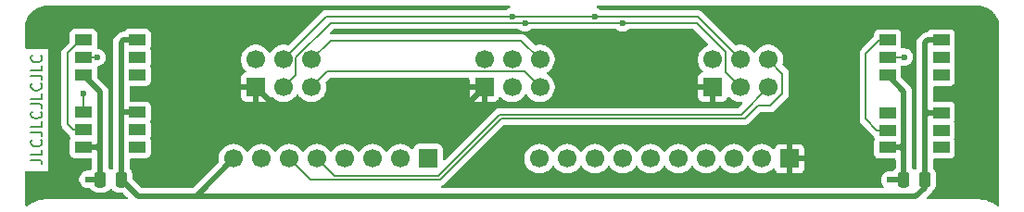
<source format=gbr>
%TF.GenerationSoftware,KiCad,Pcbnew,9.0.2*%
%TF.CreationDate,2025-07-24T17:01:52+02:00*%
%TF.ProjectId,SAO_V2,53414f5f-5632-42e6-9b69-6361645f7063,rev?*%
%TF.SameCoordinates,Original*%
%TF.FileFunction,Copper,L1,Top*%
%TF.FilePolarity,Positive*%
%FSLAX46Y46*%
G04 Gerber Fmt 4.6, Leading zero omitted, Abs format (unit mm)*
G04 Created by KiCad (PCBNEW 9.0.2) date 2025-07-24 17:01:52*
%MOMM*%
%LPD*%
G01*
G04 APERTURE LIST*
G04 Aperture macros list*
%AMRoundRect*
0 Rectangle with rounded corners*
0 $1 Rounding radius*
0 $2 $3 $4 $5 $6 $7 $8 $9 X,Y pos of 4 corners*
0 Add a 4 corners polygon primitive as box body*
4,1,4,$2,$3,$4,$5,$6,$7,$8,$9,$2,$3,0*
0 Add four circle primitives for the rounded corners*
1,1,$1+$1,$2,$3*
1,1,$1+$1,$4,$5*
1,1,$1+$1,$6,$7*
1,1,$1+$1,$8,$9*
0 Add four rect primitives between the rounded corners*
20,1,$1+$1,$2,$3,$4,$5,0*
20,1,$1+$1,$4,$5,$6,$7,0*
20,1,$1+$1,$6,$7,$8,$9,0*
20,1,$1+$1,$8,$9,$2,$3,0*%
G04 Aperture macros list end*
%ADD10C,0.200000*%
%TA.AperFunction,NonConductor*%
%ADD11C,0.200000*%
%TD*%
%TA.AperFunction,ComponentPad*%
%ADD12R,1.700000X1.700000*%
%TD*%
%TA.AperFunction,ComponentPad*%
%ADD13C,1.700000*%
%TD*%
%TA.AperFunction,SMDPad,CuDef*%
%ADD14RoundRect,0.250000X-0.250000X-0.475000X0.250000X-0.475000X0.250000X0.475000X-0.250000X0.475000X0*%
%TD*%
%TA.AperFunction,SMDPad,CuDef*%
%ADD15R,1.500000X1.000000*%
%TD*%
%TA.AperFunction,ViaPad*%
%ADD16C,0.600000*%
%TD*%
%TA.AperFunction,Conductor*%
%ADD17C,0.500000*%
%TD*%
%TA.AperFunction,Conductor*%
%ADD18C,0.200000*%
%TD*%
%TA.AperFunction,Conductor*%
%ADD19C,0.150000*%
%TD*%
G04 APERTURE END LIST*
D10*
D11*
X41027219Y-151124612D02*
X41741504Y-151124612D01*
X41741504Y-151124612D02*
X41884361Y-151172231D01*
X41884361Y-151172231D02*
X41979600Y-151267469D01*
X41979600Y-151267469D02*
X42027219Y-151410326D01*
X42027219Y-151410326D02*
X42027219Y-151505564D01*
X42027219Y-150172231D02*
X42027219Y-150648421D01*
X42027219Y-150648421D02*
X41027219Y-150648421D01*
X41931980Y-149267469D02*
X41979600Y-149315088D01*
X41979600Y-149315088D02*
X42027219Y-149457945D01*
X42027219Y-149457945D02*
X42027219Y-149553183D01*
X42027219Y-149553183D02*
X41979600Y-149696040D01*
X41979600Y-149696040D02*
X41884361Y-149791278D01*
X41884361Y-149791278D02*
X41789123Y-149838897D01*
X41789123Y-149838897D02*
X41598647Y-149886516D01*
X41598647Y-149886516D02*
X41455790Y-149886516D01*
X41455790Y-149886516D02*
X41265314Y-149838897D01*
X41265314Y-149838897D02*
X41170076Y-149791278D01*
X41170076Y-149791278D02*
X41074838Y-149696040D01*
X41074838Y-149696040D02*
X41027219Y-149553183D01*
X41027219Y-149553183D02*
X41027219Y-149457945D01*
X41027219Y-149457945D02*
X41074838Y-149315088D01*
X41074838Y-149315088D02*
X41122457Y-149267469D01*
X41027219Y-148553183D02*
X41741504Y-148553183D01*
X41741504Y-148553183D02*
X41884361Y-148600802D01*
X41884361Y-148600802D02*
X41979600Y-148696040D01*
X41979600Y-148696040D02*
X42027219Y-148838897D01*
X42027219Y-148838897D02*
X42027219Y-148934135D01*
X42027219Y-147600802D02*
X42027219Y-148076992D01*
X42027219Y-148076992D02*
X41027219Y-148076992D01*
X41931980Y-146696040D02*
X41979600Y-146743659D01*
X41979600Y-146743659D02*
X42027219Y-146886516D01*
X42027219Y-146886516D02*
X42027219Y-146981754D01*
X42027219Y-146981754D02*
X41979600Y-147124611D01*
X41979600Y-147124611D02*
X41884361Y-147219849D01*
X41884361Y-147219849D02*
X41789123Y-147267468D01*
X41789123Y-147267468D02*
X41598647Y-147315087D01*
X41598647Y-147315087D02*
X41455790Y-147315087D01*
X41455790Y-147315087D02*
X41265314Y-147267468D01*
X41265314Y-147267468D02*
X41170076Y-147219849D01*
X41170076Y-147219849D02*
X41074838Y-147124611D01*
X41074838Y-147124611D02*
X41027219Y-146981754D01*
X41027219Y-146981754D02*
X41027219Y-146886516D01*
X41027219Y-146886516D02*
X41074838Y-146743659D01*
X41074838Y-146743659D02*
X41122457Y-146696040D01*
X41027219Y-145981754D02*
X41741504Y-145981754D01*
X41741504Y-145981754D02*
X41884361Y-146029373D01*
X41884361Y-146029373D02*
X41979600Y-146124611D01*
X41979600Y-146124611D02*
X42027219Y-146267468D01*
X42027219Y-146267468D02*
X42027219Y-146362706D01*
X42027219Y-145029373D02*
X42027219Y-145505563D01*
X42027219Y-145505563D02*
X41027219Y-145505563D01*
X41931980Y-144124611D02*
X41979600Y-144172230D01*
X41979600Y-144172230D02*
X42027219Y-144315087D01*
X42027219Y-144315087D02*
X42027219Y-144410325D01*
X42027219Y-144410325D02*
X41979600Y-144553182D01*
X41979600Y-144553182D02*
X41884361Y-144648420D01*
X41884361Y-144648420D02*
X41789123Y-144696039D01*
X41789123Y-144696039D02*
X41598647Y-144743658D01*
X41598647Y-144743658D02*
X41455790Y-144743658D01*
X41455790Y-144743658D02*
X41265314Y-144696039D01*
X41265314Y-144696039D02*
X41170076Y-144648420D01*
X41170076Y-144648420D02*
X41074838Y-144553182D01*
X41074838Y-144553182D02*
X41027219Y-144410325D01*
X41027219Y-144410325D02*
X41027219Y-144315087D01*
X41027219Y-144315087D02*
X41074838Y-144172230D01*
X41074838Y-144172230D02*
X41122457Y-144124611D01*
X41027219Y-143410325D02*
X41741504Y-143410325D01*
X41741504Y-143410325D02*
X41884361Y-143457944D01*
X41884361Y-143457944D02*
X41979600Y-143553182D01*
X41979600Y-143553182D02*
X42027219Y-143696039D01*
X42027219Y-143696039D02*
X42027219Y-143791277D01*
X42027219Y-142457944D02*
X42027219Y-142934134D01*
X42027219Y-142934134D02*
X41027219Y-142934134D01*
X41931980Y-141553182D02*
X41979600Y-141600801D01*
X41979600Y-141600801D02*
X42027219Y-141743658D01*
X42027219Y-141743658D02*
X42027219Y-141838896D01*
X42027219Y-141838896D02*
X41979600Y-141981753D01*
X41979600Y-141981753D02*
X41884361Y-142076991D01*
X41884361Y-142076991D02*
X41789123Y-142124610D01*
X41789123Y-142124610D02*
X41598647Y-142172229D01*
X41598647Y-142172229D02*
X41455790Y-142172229D01*
X41455790Y-142172229D02*
X41265314Y-142124610D01*
X41265314Y-142124610D02*
X41170076Y-142076991D01*
X41170076Y-142076991D02*
X41074838Y-141981753D01*
X41074838Y-141981753D02*
X41027219Y-141838896D01*
X41027219Y-141838896D02*
X41027219Y-141743658D01*
X41027219Y-141743658D02*
X41074838Y-141600801D01*
X41074838Y-141600801D02*
X41122457Y-141553182D01*
D12*
%TO.P,J3,1,VCC*%
%TO.N,+3.3V*%
X103310000Y-144455000D03*
D13*
%TO.P,J3,2,GND*%
%TO.N,GND*%
X103310000Y-141915000D03*
%TO.P,J3,3,SDA*%
%TO.N,I2C2.SDA*%
X105850000Y-144455000D03*
%TO.P,J3,4,SCL*%
%TO.N,I2C2.SCL*%
X105850000Y-141915000D03*
%TO.P,J3,5,GPIO1*%
%TO.N,GPIO3*%
X108390000Y-144455000D03*
%TO.P,J3,6,GPIO2*%
%TO.N,GPIO8*%
X108390000Y-141915000D03*
%TD*%
D14*
%TO.P,C1,1*%
%TO.N,+5V*%
X47370000Y-152880000D03*
%TO.P,C1,2*%
%TO.N,GND*%
X49270000Y-152880000D03*
%TD*%
D12*
%TO.P,J1,1,VCC*%
%TO.N,+3.3V*%
X61570000Y-144455000D03*
D13*
%TO.P,J1,2,GND*%
%TO.N,GND*%
X61570000Y-141915000D03*
%TO.P,J1,3,SDA*%
%TO.N,I2C2.SDA*%
X64110000Y-144455000D03*
%TO.P,J1,4,SCL*%
%TO.N,I2C2.SCL*%
X64110000Y-141915000D03*
%TO.P,J1,5,GPIO1*%
%TO.N,GPIO7*%
X66650000Y-144455000D03*
%TO.P,J1,6,GPIO2*%
%TO.N,GPIO5*%
X66650000Y-141915000D03*
%TD*%
D14*
%TO.P,C2,1*%
%TO.N,+5V*%
X120780000Y-152880000D03*
%TO.P,C2,2*%
%TO.N,GND*%
X122680000Y-152880000D03*
%TD*%
D12*
%TO.P,J5,1,Pin_1*%
%TO.N,+3.3V*%
X110330000Y-151000000D03*
D13*
%TO.P,J5,2,Pin_2*%
%TO.N,unconnected-(J5-Pin_2-Pad2)*%
X107790000Y-151000000D03*
%TO.P,J5,3,Pin_3*%
%TO.N,GND*%
X105250000Y-151000000D03*
%TO.P,J5,4,Pin_4*%
%TO.N,unconnected-(J5-Pin_4-Pad4)*%
X102710000Y-151000000D03*
%TO.P,J5,5,Pin_5*%
%TO.N,unconnected-(J5-Pin_5-Pad5)*%
X100170000Y-151000000D03*
%TO.P,J5,6,Pin_6*%
%TO.N,unconnected-(J5-Pin_6-Pad6)*%
X97630000Y-151000000D03*
%TO.P,J5,7,Pin_7*%
%TO.N,I2C2.SDA*%
X95090000Y-151000000D03*
%TO.P,J5,8,Pin_8*%
%TO.N,I2C2.SCL*%
X92550000Y-151000000D03*
%TO.P,J5,9,Pin_9*%
%TO.N,unconnected-(J5-Pin_9-Pad9)*%
X90010000Y-151000000D03*
%TO.P,J5,10,Pin_10*%
%TO.N,GND*%
X87470000Y-151000000D03*
%TD*%
D12*
%TO.P,J6,1,Pin_1*%
%TO.N,+5V*%
X77310000Y-151000000D03*
D13*
%TO.P,J6,2,Pin_2*%
%TO.N,unconnected-(J6-Pin_2-Pad2)*%
X74770000Y-151000000D03*
%TO.P,J6,3,Pin_3*%
%TO.N,GPIO7*%
X72230000Y-151000000D03*
%TO.P,J6,4,Pin_4*%
%TO.N,GPIO5*%
X69690000Y-151000000D03*
%TO.P,J6,5,Pin_5*%
%TO.N,GPIO3*%
X67150000Y-151000000D03*
%TO.P,J6,6,Pin_6*%
%TO.N,GPIO8*%
X64610000Y-151000000D03*
%TO.P,J6,7,Pin_7*%
%TO.N,GPIO10*%
X62070000Y-151000000D03*
%TO.P,J6,8,Pin_8*%
%TO.N,GND*%
X59530000Y-151000000D03*
%TD*%
D15*
%TO.P,D1,1,DOUT*%
%TO.N,Net-(D1-DOUT)*%
X45820000Y-140140000D03*
%TO.P,D1,2,DIN*%
%TO.N,GPIO10*%
X45820000Y-141740000D03*
%TO.P,D1,3,VCC*%
%TO.N,+5V*%
X45820000Y-143340000D03*
%TO.P,D1,4,NC*%
%TO.N,unconnected-(D1-NC-Pad4)*%
X50720000Y-143340000D03*
%TO.P,D1,5,VDD*%
%TO.N,unconnected-(D1-VDD-Pad5)*%
X50720000Y-141740000D03*
%TO.P,D1,6,VSS*%
%TO.N,GND*%
X50720000Y-140140000D03*
%TD*%
%TO.P,D2,1,DOUT*%
%TO.N,Net-(D2-DOUT)*%
X45820000Y-146760000D03*
%TO.P,D2,2,DIN*%
%TO.N,Net-(D1-DOUT)*%
X45820000Y-148360000D03*
%TO.P,D2,3,VCC*%
%TO.N,+5V*%
X45820000Y-149960000D03*
%TO.P,D2,4,NC*%
%TO.N,unconnected-(D2-NC-Pad4)*%
X50720000Y-149960000D03*
%TO.P,D2,5,VDD*%
%TO.N,unconnected-(D2-VDD-Pad5)*%
X50720000Y-148360000D03*
%TO.P,D2,6,VSS*%
%TO.N,GND*%
X50720000Y-146760000D03*
%TD*%
%TO.P,D4,1,DOUT*%
%TO.N,unconnected-(D4-DOUT-Pad1)*%
X119280000Y-146780000D03*
%TO.P,D4,2,DIN*%
%TO.N,Net-(D3-DOUT)*%
X119280000Y-148380000D03*
%TO.P,D4,3,VCC*%
%TO.N,+5V*%
X119280000Y-149980000D03*
%TO.P,D4,4,NC*%
%TO.N,unconnected-(D4-NC-Pad4)*%
X124180000Y-149980000D03*
%TO.P,D4,5,VDD*%
%TO.N,unconnected-(D4-VDD-Pad5)*%
X124180000Y-148380000D03*
%TO.P,D4,6,VSS*%
%TO.N,GND*%
X124180000Y-146780000D03*
%TD*%
D12*
%TO.P,J2,1,VCC*%
%TO.N,+3.3V*%
X82440000Y-144455000D03*
D13*
%TO.P,J2,2,GND*%
%TO.N,GND*%
X82440000Y-141915000D03*
%TO.P,J2,3,SDA*%
%TO.N,I2C2.SDA*%
X84980000Y-144455000D03*
%TO.P,J2,4,SCL*%
%TO.N,I2C2.SCL*%
X84980000Y-141915000D03*
%TO.P,J2,5,GPIO1*%
%TO.N,GPIO7*%
X87520000Y-144455000D03*
%TO.P,J2,6,GPIO2*%
%TO.N,GPIO5*%
X87520000Y-141915000D03*
%TD*%
D15*
%TO.P,D3,1,DOUT*%
%TO.N,Net-(D3-DOUT)*%
X119280000Y-140160000D03*
%TO.P,D3,2,DIN*%
%TO.N,Net-(D2-DOUT)*%
X119280000Y-141760000D03*
%TO.P,D3,3,VCC*%
%TO.N,+5V*%
X119280000Y-143360000D03*
%TO.P,D3,4,NC*%
%TO.N,unconnected-(D3-NC-Pad4)*%
X124180000Y-143360000D03*
%TO.P,D3,5,VDD*%
%TO.N,unconnected-(D3-VDD-Pad5)*%
X124180000Y-141760000D03*
%TO.P,D3,6,VSS*%
%TO.N,GND*%
X124180000Y-140160000D03*
%TD*%
D16*
%TO.N,+3.3V*%
X84740000Y-148390000D03*
X101240000Y-148390000D03*
X101190000Y-144480000D03*
X80110000Y-148390000D03*
%TO.N,+5V*%
X119500000Y-152950000D03*
X46230000Y-152880000D03*
%TO.N,I2C2.SCL*%
X92550000Y-137995000D03*
X84980000Y-137990000D03*
%TO.N,I2C2.SDA*%
X86170000Y-138570000D03*
X95090000Y-138570000D03*
%TO.N,GPIO10*%
X47050000Y-141730000D03*
%TO.N,Net-(D2-DOUT)*%
X45810000Y-145060000D03*
X120800000Y-141700000D03*
%TD*%
D17*
%TO.N,+3.3V*%
X80110000Y-146785000D02*
X82440000Y-144455000D01*
X65505000Y-148390000D02*
X61570000Y-144455000D01*
X80110000Y-148390000D02*
X65505000Y-148390000D01*
X80110000Y-148390000D02*
X80110000Y-146785000D01*
D18*
X84740000Y-148430000D02*
X84730000Y-148440000D01*
D17*
X84740000Y-148390000D02*
X101240000Y-148390000D01*
%TO.N,GND*%
X49490000Y-146760000D02*
X49270000Y-146540000D01*
X49270000Y-152880000D02*
X49270000Y-146990000D01*
X50849000Y-154459000D02*
X56200000Y-154459000D01*
X122680000Y-153649000D02*
X122680000Y-152880000D01*
X56200000Y-154459000D02*
X56200000Y-154330000D01*
X49490000Y-146760000D02*
X49270000Y-146980000D01*
X49270000Y-140340000D02*
X49470000Y-140140000D01*
X121870000Y-154459000D02*
X122680000Y-153649000D01*
X49270000Y-146980000D02*
X49270000Y-146990000D01*
X122930000Y-140160000D02*
X124180000Y-140160000D01*
X49470000Y-140140000D02*
X50720000Y-140140000D01*
X49270000Y-146540000D02*
X49270000Y-140340000D01*
X122680000Y-147090000D02*
X122680000Y-146480000D01*
X122680000Y-152880000D02*
X122680000Y-147090000D01*
X122680000Y-146480000D02*
X122680000Y-140410000D01*
X122680000Y-140410000D02*
X122930000Y-140160000D01*
X49270000Y-152880000D02*
X50849000Y-154459000D01*
X122980000Y-146780000D02*
X122680000Y-147080000D01*
X122680000Y-147080000D02*
X122680000Y-147090000D01*
X56200000Y-154330000D02*
X59530000Y-151000000D01*
X56200000Y-154459000D02*
X121870000Y-154459000D01*
X122980000Y-146780000D02*
X122680000Y-146480000D01*
X50720000Y-146760000D02*
X49490000Y-146760000D01*
X49270000Y-146990000D02*
X49270000Y-146540000D01*
X124180000Y-146780000D02*
X122980000Y-146780000D01*
%TO.N,+5V*%
X47060000Y-149960000D02*
X47370000Y-149650000D01*
X119500000Y-152950000D02*
X120710000Y-152950000D01*
X119280000Y-149980000D02*
X120520000Y-149980000D01*
X120780000Y-144860000D02*
X119280000Y-143360000D01*
X120520000Y-149980000D02*
X120780000Y-149720000D01*
X120780000Y-149720000D02*
X120780000Y-144860000D01*
X120710000Y-152950000D02*
X120780000Y-152880000D01*
X45820000Y-149960000D02*
X47060000Y-149960000D01*
X47370000Y-144890000D02*
X45820000Y-143340000D01*
X47370000Y-150270000D02*
X47370000Y-149650000D01*
X120780000Y-150240000D02*
X120780000Y-149720000D01*
X119280000Y-143360000D02*
X118790000Y-143360000D01*
X47370000Y-152880000D02*
X47370000Y-150270000D01*
X47370000Y-152880000D02*
X46230000Y-152880000D01*
X47060000Y-149960000D02*
X47370000Y-150270000D01*
X120520000Y-149980000D02*
X120780000Y-150240000D01*
X47370000Y-149650000D02*
X47370000Y-144890000D01*
X120780000Y-152880000D02*
X120780000Y-150240000D01*
D19*
%TO.N,I2C2.SCL*%
X101925000Y-137990000D02*
X105850000Y-141915000D01*
X64110000Y-141915000D02*
X68035000Y-137990000D01*
X68035000Y-137990000D02*
X84980000Y-137990000D01*
X84980000Y-137990000D02*
X101925000Y-137990000D01*
%TO.N,I2C2.SDA*%
X65236000Y-141736595D02*
X68402595Y-138570000D01*
X86170000Y-138570000D02*
X95090000Y-138570000D01*
X64110000Y-144455000D02*
X65236000Y-143329000D01*
X68402595Y-138570000D02*
X86170000Y-138570000D01*
X101830000Y-138570000D02*
X104520000Y-141260000D01*
X104520000Y-143125000D02*
X105850000Y-144455000D01*
X95090000Y-138570000D02*
X101830000Y-138570000D01*
X104520000Y-141260000D02*
X104520000Y-143125000D01*
X65236000Y-143329000D02*
X65236000Y-141736595D01*
%TO.N,GPIO7*%
X86106000Y-143041000D02*
X87520000Y-144455000D01*
X68064000Y-143041000D02*
X86106000Y-143041000D01*
X66650000Y-144455000D02*
X68064000Y-143041000D01*
%TO.N,GPIO5*%
X85785000Y-140180000D02*
X87520000Y-141915000D01*
X66650000Y-141915000D02*
X68385000Y-140180000D01*
X68385000Y-140180000D02*
X85785000Y-140180000D01*
%TO.N,GPIO3*%
X108390000Y-144455000D02*
X105890000Y-146955000D01*
X68719000Y-152569000D02*
X67150000Y-151000000D01*
X83855000Y-146955000D02*
X78241000Y-152569000D01*
X104570000Y-146955000D02*
X83855000Y-146955000D01*
X78241000Y-152569000D02*
X68719000Y-152569000D01*
X105890000Y-146955000D02*
X104570000Y-146955000D01*
%TO.N,GPIO8*%
X66530000Y-152920000D02*
X78386389Y-152920000D01*
X107430000Y-146150000D02*
X108590000Y-146150000D01*
X109690000Y-143215000D02*
X108390000Y-141915000D01*
X78386389Y-152920000D02*
X84000388Y-147306000D01*
X108590000Y-146150000D02*
X109690000Y-145050000D01*
X106274000Y-147306000D02*
X107430000Y-146150000D01*
X84000388Y-147306000D02*
X106274000Y-147306000D01*
X109690000Y-145050000D02*
X109690000Y-143215000D01*
X64610000Y-151000000D02*
X66530000Y-152920000D01*
%TO.N,GPIO10*%
X45830000Y-141730000D02*
X45820000Y-141740000D01*
X47050000Y-141730000D02*
X45830000Y-141730000D01*
%TO.N,Net-(D1-DOUT)*%
X45820000Y-140140000D02*
X45570000Y-140140000D01*
X44390000Y-141320000D02*
X44390000Y-147870000D01*
X44390000Y-147870000D02*
X44880000Y-148360000D01*
X45570000Y-140140000D02*
X44390000Y-141320000D01*
X44880000Y-148360000D02*
X45820000Y-148360000D01*
%TO.N,Net-(D2-DOUT)*%
X45820000Y-146760000D02*
X45820000Y-145070000D01*
X120730000Y-141770000D02*
X118800000Y-141770000D01*
X120800000Y-141700000D02*
X120730000Y-141770000D01*
X45820000Y-145070000D02*
X45810000Y-145060000D01*
X118800000Y-141770000D02*
X118790000Y-141760000D01*
%TO.N,Net-(D3-DOUT)*%
X118540000Y-140160000D02*
X117300000Y-141400000D01*
X118320000Y-148380000D02*
X118790000Y-148380000D01*
X117300000Y-147360000D02*
X118320000Y-148380000D01*
X117300000Y-141400000D02*
X117300000Y-147360000D01*
X118790000Y-140160000D02*
X118540000Y-140160000D01*
%TD*%
%TA.AperFunction,Conductor*%
%TO.N,+3.3V*%
G36*
X84763678Y-137002386D02*
G01*
X84809433Y-137055190D01*
X84819377Y-137124348D01*
X84790352Y-137187904D01*
X84744091Y-137221262D01*
X84600827Y-137280602D01*
X84600814Y-137280609D01*
X84469711Y-137368210D01*
X84469707Y-137368213D01*
X84459740Y-137378181D01*
X84398417Y-137411666D01*
X84372059Y-137414500D01*
X67959233Y-137414500D01*
X67812863Y-137453719D01*
X67681635Y-137529485D01*
X67681632Y-137529487D01*
X67574483Y-137636637D01*
X64621207Y-140589911D01*
X64559884Y-140623396D01*
X64495209Y-140620161D01*
X64426246Y-140597754D01*
X64268776Y-140572813D01*
X64216287Y-140564500D01*
X64003713Y-140564500D01*
X63955042Y-140572208D01*
X63793760Y-140597753D01*
X63591585Y-140663444D01*
X63402179Y-140759951D01*
X63230213Y-140884890D01*
X63079890Y-141035213D01*
X62954949Y-141207182D01*
X62950484Y-141215946D01*
X62902509Y-141266742D01*
X62834688Y-141283536D01*
X62768553Y-141260998D01*
X62729516Y-141215946D01*
X62725050Y-141207182D01*
X62600109Y-141035213D01*
X62449786Y-140884890D01*
X62277820Y-140759951D01*
X62088414Y-140663444D01*
X62088413Y-140663443D01*
X62088412Y-140663443D01*
X61886243Y-140597754D01*
X61886241Y-140597753D01*
X61886240Y-140597753D01*
X61724957Y-140572208D01*
X61676287Y-140564500D01*
X61463713Y-140564500D01*
X61415042Y-140572208D01*
X61253760Y-140597753D01*
X61051585Y-140663444D01*
X60862179Y-140759951D01*
X60690213Y-140884890D01*
X60539890Y-141035213D01*
X60414951Y-141207179D01*
X60318444Y-141396585D01*
X60252753Y-141598760D01*
X60219500Y-141808713D01*
X60219500Y-142021286D01*
X60249435Y-142210292D01*
X60252754Y-142231243D01*
X60318262Y-142432856D01*
X60318444Y-142433414D01*
X60414951Y-142622820D01*
X60539890Y-142794786D01*
X60653818Y-142908714D01*
X60687303Y-142970037D01*
X60682319Y-143039729D01*
X60640447Y-143095662D01*
X60609471Y-143112577D01*
X60477912Y-143161646D01*
X60477906Y-143161649D01*
X60362812Y-143247809D01*
X60362809Y-143247812D01*
X60276649Y-143362906D01*
X60276645Y-143362913D01*
X60226403Y-143497620D01*
X60226401Y-143497627D01*
X60220000Y-143557155D01*
X60220000Y-144205000D01*
X61136988Y-144205000D01*
X61104075Y-144262007D01*
X61070000Y-144389174D01*
X61070000Y-144520826D01*
X61104075Y-144647993D01*
X61136988Y-144705000D01*
X60220000Y-144705000D01*
X60220000Y-145352844D01*
X60226401Y-145412372D01*
X60226403Y-145412379D01*
X60276645Y-145547086D01*
X60276649Y-145547093D01*
X60362809Y-145662187D01*
X60362812Y-145662190D01*
X60477906Y-145748350D01*
X60477913Y-145748354D01*
X60612620Y-145798596D01*
X60612627Y-145798598D01*
X60672155Y-145804999D01*
X60672172Y-145805000D01*
X61320000Y-145805000D01*
X61320000Y-144888012D01*
X61377007Y-144920925D01*
X61504174Y-144955000D01*
X61635826Y-144955000D01*
X61762993Y-144920925D01*
X61820000Y-144888012D01*
X61820000Y-145805000D01*
X62467828Y-145805000D01*
X62467844Y-145804999D01*
X62527372Y-145798598D01*
X62527379Y-145798596D01*
X62662086Y-145748354D01*
X62662093Y-145748350D01*
X62777187Y-145662190D01*
X62777190Y-145662187D01*
X62863350Y-145547093D01*
X62863354Y-145547086D01*
X62912422Y-145415529D01*
X62954293Y-145359595D01*
X63019757Y-145335178D01*
X63088030Y-145350030D01*
X63116285Y-145371181D01*
X63230213Y-145485109D01*
X63402179Y-145610048D01*
X63402181Y-145610049D01*
X63402184Y-145610051D01*
X63591588Y-145706557D01*
X63793757Y-145772246D01*
X64003713Y-145805500D01*
X64003714Y-145805500D01*
X64216286Y-145805500D01*
X64216287Y-145805500D01*
X64426243Y-145772246D01*
X64628412Y-145706557D01*
X64817816Y-145610051D01*
X64904471Y-145547093D01*
X64989786Y-145485109D01*
X64989788Y-145485106D01*
X64989792Y-145485104D01*
X65140104Y-145334792D01*
X65140106Y-145334788D01*
X65140109Y-145334786D01*
X65265048Y-145162820D01*
X65265047Y-145162820D01*
X65265051Y-145162816D01*
X65269514Y-145154054D01*
X65317488Y-145103259D01*
X65385308Y-145086463D01*
X65451444Y-145108999D01*
X65490486Y-145154056D01*
X65494951Y-145162820D01*
X65619890Y-145334786D01*
X65770213Y-145485109D01*
X65942179Y-145610048D01*
X65942181Y-145610049D01*
X65942184Y-145610051D01*
X66131588Y-145706557D01*
X66333757Y-145772246D01*
X66543713Y-145805500D01*
X66543714Y-145805500D01*
X66756286Y-145805500D01*
X66756287Y-145805500D01*
X66966243Y-145772246D01*
X67168412Y-145706557D01*
X67357816Y-145610051D01*
X67444471Y-145547093D01*
X67529786Y-145485109D01*
X67529788Y-145485106D01*
X67529792Y-145485104D01*
X67680104Y-145334792D01*
X67680106Y-145334788D01*
X67680109Y-145334786D01*
X67805048Y-145162820D01*
X67805047Y-145162820D01*
X67805051Y-145162816D01*
X67901557Y-144973412D01*
X67967246Y-144771243D01*
X68000500Y-144561287D01*
X68000500Y-144348713D01*
X67967246Y-144138757D01*
X67944836Y-144069789D01*
X67942842Y-143999949D01*
X67975084Y-143943795D01*
X68266062Y-143652816D01*
X68327384Y-143619334D01*
X68353742Y-143616500D01*
X80966000Y-143616500D01*
X81033039Y-143636185D01*
X81078794Y-143688989D01*
X81090000Y-143740500D01*
X81090000Y-144205000D01*
X82006988Y-144205000D01*
X81974075Y-144262007D01*
X81940000Y-144389174D01*
X81940000Y-144520826D01*
X81974075Y-144647993D01*
X82006988Y-144705000D01*
X81090000Y-144705000D01*
X81090000Y-145352844D01*
X81096401Y-145412372D01*
X81096403Y-145412379D01*
X81146645Y-145547086D01*
X81146649Y-145547093D01*
X81232809Y-145662187D01*
X81232812Y-145662190D01*
X81347906Y-145748350D01*
X81347913Y-145748354D01*
X81482620Y-145798596D01*
X81482627Y-145798598D01*
X81542155Y-145804999D01*
X81542172Y-145805000D01*
X82190000Y-145805000D01*
X82190000Y-144888012D01*
X82247007Y-144920925D01*
X82374174Y-144955000D01*
X82505826Y-144955000D01*
X82632993Y-144920925D01*
X82690000Y-144888012D01*
X82690000Y-145805000D01*
X83337828Y-145805000D01*
X83337844Y-145804999D01*
X83397372Y-145798598D01*
X83397379Y-145798596D01*
X83532086Y-145748354D01*
X83532093Y-145748350D01*
X83647187Y-145662190D01*
X83647190Y-145662187D01*
X83733350Y-145547093D01*
X83733354Y-145547086D01*
X83782422Y-145415529D01*
X83824293Y-145359595D01*
X83889757Y-145335178D01*
X83958030Y-145350030D01*
X83986285Y-145371181D01*
X84100213Y-145485109D01*
X84272179Y-145610048D01*
X84272181Y-145610049D01*
X84272184Y-145610051D01*
X84461588Y-145706557D01*
X84663757Y-145772246D01*
X84873713Y-145805500D01*
X84873714Y-145805500D01*
X85086286Y-145805500D01*
X85086287Y-145805500D01*
X85296243Y-145772246D01*
X85498412Y-145706557D01*
X85687816Y-145610051D01*
X85774471Y-145547093D01*
X85859786Y-145485109D01*
X85859788Y-145485106D01*
X85859792Y-145485104D01*
X86010104Y-145334792D01*
X86010106Y-145334788D01*
X86010109Y-145334786D01*
X86135048Y-145162820D01*
X86135047Y-145162820D01*
X86135051Y-145162816D01*
X86139514Y-145154054D01*
X86187488Y-145103259D01*
X86255308Y-145086463D01*
X86321444Y-145108999D01*
X86360486Y-145154056D01*
X86364951Y-145162820D01*
X86489890Y-145334786D01*
X86640213Y-145485109D01*
X86812179Y-145610048D01*
X86812181Y-145610049D01*
X86812184Y-145610051D01*
X87001588Y-145706557D01*
X87203757Y-145772246D01*
X87413713Y-145805500D01*
X87413714Y-145805500D01*
X87626286Y-145805500D01*
X87626287Y-145805500D01*
X87836243Y-145772246D01*
X88038412Y-145706557D01*
X88227816Y-145610051D01*
X88314471Y-145547093D01*
X88399786Y-145485109D01*
X88399788Y-145485106D01*
X88399792Y-145485104D01*
X88550104Y-145334792D01*
X88550106Y-145334788D01*
X88550109Y-145334786D01*
X88675048Y-145162820D01*
X88675047Y-145162820D01*
X88675051Y-145162816D01*
X88771557Y-144973412D01*
X88837246Y-144771243D01*
X88870500Y-144561287D01*
X88870500Y-144348713D01*
X88837246Y-144138757D01*
X88771557Y-143936588D01*
X88675051Y-143747184D01*
X88675049Y-143747181D01*
X88675048Y-143747179D01*
X88550109Y-143575213D01*
X88399786Y-143424890D01*
X88227820Y-143299951D01*
X88227115Y-143299591D01*
X88219054Y-143295485D01*
X88168259Y-143247512D01*
X88151463Y-143179692D01*
X88173999Y-143113556D01*
X88219054Y-143074515D01*
X88227816Y-143070051D01*
X88317020Y-143005241D01*
X88399786Y-142945109D01*
X88399788Y-142945106D01*
X88399792Y-142945104D01*
X88550104Y-142794792D01*
X88550106Y-142794788D01*
X88550109Y-142794786D01*
X88675048Y-142622820D01*
X88675047Y-142622820D01*
X88675051Y-142622816D01*
X88771557Y-142433412D01*
X88837246Y-142231243D01*
X88870500Y-142021287D01*
X88870500Y-141808713D01*
X88837246Y-141598757D01*
X88771557Y-141396588D01*
X88675051Y-141207184D01*
X88675049Y-141207181D01*
X88675048Y-141207179D01*
X88550109Y-141035213D01*
X88399786Y-140884890D01*
X88227820Y-140759951D01*
X88038414Y-140663444D01*
X88038413Y-140663443D01*
X88038412Y-140663443D01*
X87836243Y-140597754D01*
X87836241Y-140597753D01*
X87836240Y-140597753D01*
X87674957Y-140572208D01*
X87626287Y-140564500D01*
X87413713Y-140564500D01*
X87385006Y-140569046D01*
X87203757Y-140597753D01*
X87134788Y-140620162D01*
X87064947Y-140622156D01*
X87008791Y-140589911D01*
X86138367Y-139719487D01*
X86138365Y-139719485D01*
X86054713Y-139671188D01*
X86007136Y-139643719D01*
X85933950Y-139624109D01*
X85860766Y-139604500D01*
X68481337Y-139604500D01*
X68414298Y-139584815D01*
X68368543Y-139532011D01*
X68358599Y-139462853D01*
X68387624Y-139399297D01*
X68393656Y-139392819D01*
X68604656Y-139181819D01*
X68665979Y-139148334D01*
X68692337Y-139145500D01*
X85562059Y-139145500D01*
X85629098Y-139165185D01*
X85649740Y-139181819D01*
X85659707Y-139191786D01*
X85659711Y-139191789D01*
X85790814Y-139279390D01*
X85790827Y-139279397D01*
X85846500Y-139302457D01*
X85936503Y-139339737D01*
X86091153Y-139370499D01*
X86091156Y-139370500D01*
X86091158Y-139370500D01*
X86248844Y-139370500D01*
X86248845Y-139370499D01*
X86403497Y-139339737D01*
X86541789Y-139282455D01*
X86549172Y-139279397D01*
X86549172Y-139279396D01*
X86549179Y-139279394D01*
X86680289Y-139191789D01*
X86680292Y-139191786D01*
X86690260Y-139181819D01*
X86751583Y-139148334D01*
X86777941Y-139145500D01*
X94482059Y-139145500D01*
X94549098Y-139165185D01*
X94569740Y-139181819D01*
X94579707Y-139191786D01*
X94579711Y-139191789D01*
X94710814Y-139279390D01*
X94710827Y-139279397D01*
X94766500Y-139302457D01*
X94856503Y-139339737D01*
X95011153Y-139370499D01*
X95011156Y-139370500D01*
X95011158Y-139370500D01*
X95168844Y-139370500D01*
X95168845Y-139370499D01*
X95323497Y-139339737D01*
X95461789Y-139282455D01*
X95469172Y-139279397D01*
X95469172Y-139279396D01*
X95469179Y-139279394D01*
X95600289Y-139191789D01*
X95600292Y-139191786D01*
X95610260Y-139181819D01*
X95671583Y-139148334D01*
X95697941Y-139145500D01*
X101540258Y-139145500D01*
X101607297Y-139165185D01*
X101627939Y-139181819D01*
X102888501Y-140442381D01*
X102921986Y-140503704D01*
X102917002Y-140573396D01*
X102875130Y-140629329D01*
X102839140Y-140647992D01*
X102822719Y-140653327D01*
X102791583Y-140663444D01*
X102602179Y-140759951D01*
X102430213Y-140884890D01*
X102279890Y-141035213D01*
X102154951Y-141207179D01*
X102058444Y-141396585D01*
X101992753Y-141598760D01*
X101959500Y-141808713D01*
X101959500Y-142021286D01*
X101989435Y-142210292D01*
X101992754Y-142231243D01*
X102058262Y-142432856D01*
X102058444Y-142433414D01*
X102154951Y-142622820D01*
X102279890Y-142794786D01*
X102393818Y-142908714D01*
X102427303Y-142970037D01*
X102422319Y-143039729D01*
X102380447Y-143095662D01*
X102349471Y-143112577D01*
X102217912Y-143161646D01*
X102217906Y-143161649D01*
X102102812Y-143247809D01*
X102102809Y-143247812D01*
X102016649Y-143362906D01*
X102016645Y-143362913D01*
X101966403Y-143497620D01*
X101966401Y-143497627D01*
X101960000Y-143557155D01*
X101960000Y-144205000D01*
X102876988Y-144205000D01*
X102844075Y-144262007D01*
X102810000Y-144389174D01*
X102810000Y-144520826D01*
X102844075Y-144647993D01*
X102876988Y-144705000D01*
X101960000Y-144705000D01*
X101960000Y-145352844D01*
X101966401Y-145412372D01*
X101966403Y-145412379D01*
X102016645Y-145547086D01*
X102016649Y-145547093D01*
X102102809Y-145662187D01*
X102102812Y-145662190D01*
X102217906Y-145748350D01*
X102217913Y-145748354D01*
X102352620Y-145798596D01*
X102352627Y-145798598D01*
X102412155Y-145804999D01*
X102412172Y-145805000D01*
X103060000Y-145805000D01*
X103060000Y-144888012D01*
X103117007Y-144920925D01*
X103244174Y-144955000D01*
X103375826Y-144955000D01*
X103502993Y-144920925D01*
X103560000Y-144888012D01*
X103560000Y-145805000D01*
X104207828Y-145805000D01*
X104207844Y-145804999D01*
X104267372Y-145798598D01*
X104267379Y-145798596D01*
X104402086Y-145748354D01*
X104402093Y-145748350D01*
X104517187Y-145662190D01*
X104517190Y-145662187D01*
X104603350Y-145547093D01*
X104603354Y-145547086D01*
X104652422Y-145415529D01*
X104694293Y-145359595D01*
X104759757Y-145335178D01*
X104828030Y-145350030D01*
X104856285Y-145371181D01*
X104970213Y-145485109D01*
X105142179Y-145610048D01*
X105142181Y-145610049D01*
X105142184Y-145610051D01*
X105331588Y-145706557D01*
X105533757Y-145772246D01*
X105743713Y-145805500D01*
X105743714Y-145805500D01*
X105926257Y-145805500D01*
X105993296Y-145825185D01*
X106039051Y-145877989D01*
X106048995Y-145947147D01*
X106019970Y-146010703D01*
X106013938Y-146017181D01*
X105687939Y-146343181D01*
X105626616Y-146376666D01*
X105600258Y-146379500D01*
X83779234Y-146379500D01*
X83632863Y-146418719D01*
X83501635Y-146494485D01*
X83501632Y-146494487D01*
X78872180Y-151123939D01*
X78810857Y-151157424D01*
X78741165Y-151152440D01*
X78685232Y-151110568D01*
X78660815Y-151045104D01*
X78660499Y-151036258D01*
X78660499Y-150102129D01*
X78660498Y-150102123D01*
X78658530Y-150083818D01*
X78654091Y-150042517D01*
X78652810Y-150039083D01*
X78603797Y-149907671D01*
X78603793Y-149907664D01*
X78517547Y-149792455D01*
X78517544Y-149792452D01*
X78402335Y-149706206D01*
X78402328Y-149706202D01*
X78267482Y-149655908D01*
X78267483Y-149655908D01*
X78207883Y-149649501D01*
X78207881Y-149649500D01*
X78207873Y-149649500D01*
X78207864Y-149649500D01*
X76412129Y-149649500D01*
X76412123Y-149649501D01*
X76352516Y-149655908D01*
X76217671Y-149706202D01*
X76217664Y-149706206D01*
X76102455Y-149792452D01*
X76102452Y-149792455D01*
X76016206Y-149907664D01*
X76016203Y-149907669D01*
X75967189Y-150039083D01*
X75925317Y-150095016D01*
X75859853Y-150119433D01*
X75791580Y-150104581D01*
X75763326Y-150083430D01*
X75649786Y-149969890D01*
X75477820Y-149844951D01*
X75288414Y-149748444D01*
X75288413Y-149748443D01*
X75288412Y-149748443D01*
X75086243Y-149682754D01*
X75086241Y-149682753D01*
X75086240Y-149682753D01*
X74924957Y-149657208D01*
X74876287Y-149649500D01*
X74663713Y-149649500D01*
X74615042Y-149657208D01*
X74453760Y-149682753D01*
X74251585Y-149748444D01*
X74062179Y-149844951D01*
X73890213Y-149969890D01*
X73739890Y-150120213D01*
X73614949Y-150292182D01*
X73610484Y-150300946D01*
X73562509Y-150351742D01*
X73494688Y-150368536D01*
X73428553Y-150345998D01*
X73389516Y-150300946D01*
X73385050Y-150292182D01*
X73260109Y-150120213D01*
X73109786Y-149969890D01*
X72937820Y-149844951D01*
X72748414Y-149748444D01*
X72748413Y-149748443D01*
X72748412Y-149748443D01*
X72546243Y-149682754D01*
X72546241Y-149682753D01*
X72546240Y-149682753D01*
X72384957Y-149657208D01*
X72336287Y-149649500D01*
X72123713Y-149649500D01*
X72075042Y-149657208D01*
X71913760Y-149682753D01*
X71711585Y-149748444D01*
X71522179Y-149844951D01*
X71350213Y-149969890D01*
X71199890Y-150120213D01*
X71074949Y-150292182D01*
X71070484Y-150300946D01*
X71022509Y-150351742D01*
X70954688Y-150368536D01*
X70888553Y-150345998D01*
X70849516Y-150300946D01*
X70845050Y-150292182D01*
X70720109Y-150120213D01*
X70569786Y-149969890D01*
X70397820Y-149844951D01*
X70208414Y-149748444D01*
X70208413Y-149748443D01*
X70208412Y-149748443D01*
X70006243Y-149682754D01*
X70006241Y-149682753D01*
X70006240Y-149682753D01*
X69844957Y-149657208D01*
X69796287Y-149649500D01*
X69583713Y-149649500D01*
X69535042Y-149657208D01*
X69373760Y-149682753D01*
X69171585Y-149748444D01*
X68982179Y-149844951D01*
X68810213Y-149969890D01*
X68659890Y-150120213D01*
X68534949Y-150292182D01*
X68530484Y-150300946D01*
X68482509Y-150351742D01*
X68414688Y-150368536D01*
X68348553Y-150345998D01*
X68309516Y-150300946D01*
X68305050Y-150292182D01*
X68180109Y-150120213D01*
X68029786Y-149969890D01*
X67857820Y-149844951D01*
X67668414Y-149748444D01*
X67668413Y-149748443D01*
X67668412Y-149748443D01*
X67466243Y-149682754D01*
X67466241Y-149682753D01*
X67466240Y-149682753D01*
X67304957Y-149657208D01*
X67256287Y-149649500D01*
X67043713Y-149649500D01*
X66995042Y-149657208D01*
X66833760Y-149682753D01*
X66631585Y-149748444D01*
X66442179Y-149844951D01*
X66270213Y-149969890D01*
X66119890Y-150120213D01*
X65994949Y-150292182D01*
X65990484Y-150300946D01*
X65942509Y-150351742D01*
X65874688Y-150368536D01*
X65808553Y-150345998D01*
X65769516Y-150300946D01*
X65765050Y-150292182D01*
X65640109Y-150120213D01*
X65489786Y-149969890D01*
X65317820Y-149844951D01*
X65128414Y-149748444D01*
X65128413Y-149748443D01*
X65128412Y-149748443D01*
X64926243Y-149682754D01*
X64926241Y-149682753D01*
X64926240Y-149682753D01*
X64764957Y-149657208D01*
X64716287Y-149649500D01*
X64503713Y-149649500D01*
X64455042Y-149657208D01*
X64293760Y-149682753D01*
X64091585Y-149748444D01*
X63902179Y-149844951D01*
X63730213Y-149969890D01*
X63579890Y-150120213D01*
X63454949Y-150292182D01*
X63450484Y-150300946D01*
X63402509Y-150351742D01*
X63334688Y-150368536D01*
X63268553Y-150345998D01*
X63229516Y-150300946D01*
X63225050Y-150292182D01*
X63100109Y-150120213D01*
X62949786Y-149969890D01*
X62777820Y-149844951D01*
X62588414Y-149748444D01*
X62588413Y-149748443D01*
X62588412Y-149748443D01*
X62386243Y-149682754D01*
X62386241Y-149682753D01*
X62386240Y-149682753D01*
X62224957Y-149657208D01*
X62176287Y-149649500D01*
X61963713Y-149649500D01*
X61915042Y-149657208D01*
X61753760Y-149682753D01*
X61551585Y-149748444D01*
X61362179Y-149844951D01*
X61190213Y-149969890D01*
X61039890Y-150120213D01*
X60914949Y-150292182D01*
X60910484Y-150300946D01*
X60862509Y-150351742D01*
X60794688Y-150368536D01*
X60728553Y-150345998D01*
X60689516Y-150300946D01*
X60685050Y-150292182D01*
X60560109Y-150120213D01*
X60409786Y-149969890D01*
X60237820Y-149844951D01*
X60048414Y-149748444D01*
X60048413Y-149748443D01*
X60048412Y-149748443D01*
X59846243Y-149682754D01*
X59846241Y-149682753D01*
X59846240Y-149682753D01*
X59684957Y-149657208D01*
X59636287Y-149649500D01*
X59423713Y-149649500D01*
X59375042Y-149657208D01*
X59213760Y-149682753D01*
X59011585Y-149748444D01*
X58822179Y-149844951D01*
X58650213Y-149969890D01*
X58499890Y-150120213D01*
X58374951Y-150292179D01*
X58278444Y-150481585D01*
X58212753Y-150683760D01*
X58179500Y-150893713D01*
X58179500Y-151106292D01*
X58194616Y-151201728D01*
X58185662Y-151271021D01*
X58159824Y-151308807D01*
X55796451Y-153672181D01*
X55735128Y-153705666D01*
X55708770Y-153708500D01*
X51211229Y-153708500D01*
X51144190Y-153688815D01*
X51123548Y-153672181D01*
X50306818Y-152855450D01*
X50273333Y-152794127D01*
X50270499Y-152767769D01*
X50270499Y-152354998D01*
X50270498Y-152354981D01*
X50259999Y-152252203D01*
X50259998Y-152252200D01*
X50242535Y-152199500D01*
X50204814Y-152085666D01*
X50112712Y-151936344D01*
X50056819Y-151880451D01*
X50023334Y-151819128D01*
X50020500Y-151792770D01*
X50020500Y-151084499D01*
X50040185Y-151017460D01*
X50092989Y-150971705D01*
X50144500Y-150960499D01*
X51517871Y-150960499D01*
X51517872Y-150960499D01*
X51577483Y-150954091D01*
X51712331Y-150903796D01*
X51827546Y-150817546D01*
X51913796Y-150702331D01*
X51964091Y-150567483D01*
X51970500Y-150507873D01*
X51970499Y-149412128D01*
X51964091Y-149352517D01*
X51913796Y-149217669D01*
X51913794Y-149217666D01*
X51910696Y-149209360D01*
X51912426Y-149208714D01*
X51899902Y-149151163D01*
X51911691Y-149111011D01*
X51910696Y-149110640D01*
X51913794Y-149102333D01*
X51913796Y-149102331D01*
X51964091Y-148967483D01*
X51970500Y-148907873D01*
X51970499Y-147812128D01*
X51964091Y-147752517D01*
X51913796Y-147617669D01*
X51913794Y-147617666D01*
X51910696Y-147609360D01*
X51912426Y-147608714D01*
X51899902Y-147551163D01*
X51911691Y-147511011D01*
X51910696Y-147510640D01*
X51913794Y-147502333D01*
X51913796Y-147502331D01*
X51964091Y-147367483D01*
X51970500Y-147307873D01*
X51970499Y-146212128D01*
X51964091Y-146152517D01*
X51921256Y-146037671D01*
X51913797Y-146017671D01*
X51913793Y-146017664D01*
X51827547Y-145902455D01*
X51827544Y-145902452D01*
X51712335Y-145816206D01*
X51712328Y-145816202D01*
X51577482Y-145765908D01*
X51577483Y-145765908D01*
X51517883Y-145759501D01*
X51517881Y-145759500D01*
X51517873Y-145759500D01*
X51517865Y-145759500D01*
X50144500Y-145759500D01*
X50077461Y-145739815D01*
X50031706Y-145687011D01*
X50020500Y-145635500D01*
X50020500Y-144464499D01*
X50040185Y-144397460D01*
X50092989Y-144351705D01*
X50144500Y-144340499D01*
X51517871Y-144340499D01*
X51517872Y-144340499D01*
X51577483Y-144334091D01*
X51712331Y-144283796D01*
X51827546Y-144197546D01*
X51913796Y-144082331D01*
X51964091Y-143947483D01*
X51970500Y-143887873D01*
X51970499Y-142792128D01*
X51964091Y-142732517D01*
X51913796Y-142597669D01*
X51913794Y-142597666D01*
X51910696Y-142589360D01*
X51912426Y-142588714D01*
X51899902Y-142531163D01*
X51911691Y-142491011D01*
X51910696Y-142490640D01*
X51913794Y-142482333D01*
X51913796Y-142482331D01*
X51964091Y-142347483D01*
X51970500Y-142287873D01*
X51970499Y-141192128D01*
X51964091Y-141132517D01*
X51913796Y-140997669D01*
X51913794Y-140997666D01*
X51910696Y-140989360D01*
X51912426Y-140988714D01*
X51899902Y-140931163D01*
X51911691Y-140891011D01*
X51910696Y-140890640D01*
X51913794Y-140882333D01*
X51913796Y-140882331D01*
X51964091Y-140747483D01*
X51970500Y-140687873D01*
X51970499Y-139592128D01*
X51964091Y-139532517D01*
X51963902Y-139532011D01*
X51913797Y-139397671D01*
X51913793Y-139397664D01*
X51827547Y-139282455D01*
X51827544Y-139282452D01*
X51712335Y-139196206D01*
X51712328Y-139196202D01*
X51577482Y-139145908D01*
X51577483Y-139145908D01*
X51517883Y-139139501D01*
X51517881Y-139139500D01*
X51517873Y-139139500D01*
X51517864Y-139139500D01*
X49922129Y-139139500D01*
X49922123Y-139139501D01*
X49862516Y-139145908D01*
X49727671Y-139196202D01*
X49727664Y-139196206D01*
X49612457Y-139282451D01*
X49612451Y-139282457D01*
X49569515Y-139339812D01*
X49513581Y-139381682D01*
X49470249Y-139389500D01*
X49396076Y-139389500D01*
X49367242Y-139395234D01*
X49367243Y-139395235D01*
X49251093Y-139418339D01*
X49251089Y-139418340D01*
X49187380Y-139444730D01*
X49183368Y-139446392D01*
X49114505Y-139474916D01*
X49084573Y-139494916D01*
X49078064Y-139499264D01*
X49078056Y-139499269D01*
X48991579Y-139557051D01*
X48687049Y-139861581D01*
X48649442Y-139917864D01*
X48649443Y-139917865D01*
X48604914Y-139984508D01*
X48548343Y-140121082D01*
X48548340Y-140121092D01*
X48519500Y-140266079D01*
X48519500Y-151792770D01*
X48511476Y-151820093D01*
X48506459Y-151848124D01*
X48501033Y-151855658D01*
X48499815Y-151859809D01*
X48486369Y-151877143D01*
X48484810Y-151878821D01*
X48427288Y-151936344D01*
X48419150Y-151949536D01*
X48410869Y-151958456D01*
X48390880Y-151970352D01*
X48373589Y-151985905D01*
X48361423Y-151987884D01*
X48350829Y-151994190D01*
X48327581Y-151993390D01*
X48304626Y-151997126D01*
X48293319Y-151992213D01*
X48281000Y-151991790D01*
X48261877Y-151978551D01*
X48240544Y-151969282D01*
X48228634Y-151955537D01*
X48223554Y-151952020D01*
X48221678Y-151947509D01*
X48214463Y-151939182D01*
X48212714Y-151936346D01*
X48156819Y-151880451D01*
X48123334Y-151819128D01*
X48120500Y-151792770D01*
X48120500Y-144816079D01*
X48091659Y-144671092D01*
X48091658Y-144671091D01*
X48091658Y-144671087D01*
X48076396Y-144634240D01*
X48035086Y-144534508D01*
X47970743Y-144438211D01*
X47970743Y-144438210D01*
X47970740Y-144438207D01*
X47952955Y-144411588D01*
X47952952Y-144411584D01*
X47106818Y-143565450D01*
X47073333Y-143504127D01*
X47070499Y-143477769D01*
X47070499Y-142792129D01*
X47070498Y-142792123D01*
X47066452Y-142754485D01*
X47064091Y-142732517D01*
X47049340Y-142692967D01*
X47044355Y-142623276D01*
X47077839Y-142561952D01*
X47139162Y-142528467D01*
X47141330Y-142528016D01*
X47149150Y-142526460D01*
X47283497Y-142499737D01*
X47429179Y-142439394D01*
X47560289Y-142351789D01*
X47671789Y-142240289D01*
X47759394Y-142109179D01*
X47819737Y-141963497D01*
X47850500Y-141808842D01*
X47850500Y-141651158D01*
X47850500Y-141651155D01*
X47850499Y-141651153D01*
X47819738Y-141496510D01*
X47819737Y-141496503D01*
X47781335Y-141403791D01*
X47759397Y-141350827D01*
X47759390Y-141350814D01*
X47671789Y-141219711D01*
X47671786Y-141219707D01*
X47560292Y-141108213D01*
X47560288Y-141108210D01*
X47429185Y-141020609D01*
X47429172Y-141020602D01*
X47283501Y-140960264D01*
X47283491Y-140960261D01*
X47148274Y-140933364D01*
X47086363Y-140900979D01*
X47051789Y-140840263D01*
X47055530Y-140770493D01*
X47056285Y-140768412D01*
X47064091Y-140747483D01*
X47064091Y-140747481D01*
X47070500Y-140687873D01*
X47070499Y-139592128D01*
X47064091Y-139532517D01*
X47063902Y-139532011D01*
X47013797Y-139397671D01*
X47013793Y-139397664D01*
X46927547Y-139282455D01*
X46927544Y-139282452D01*
X46812335Y-139196206D01*
X46812328Y-139196202D01*
X46677482Y-139145908D01*
X46677483Y-139145908D01*
X46617883Y-139139501D01*
X46617881Y-139139500D01*
X46617873Y-139139500D01*
X46617864Y-139139500D01*
X45022129Y-139139500D01*
X45022123Y-139139501D01*
X44962516Y-139145908D01*
X44827671Y-139196202D01*
X44827664Y-139196206D01*
X44712455Y-139282452D01*
X44712452Y-139282455D01*
X44626206Y-139397664D01*
X44626202Y-139397671D01*
X44575908Y-139532517D01*
X44573271Y-139557051D01*
X44569501Y-139592123D01*
X44569500Y-139592135D01*
X44569500Y-140275257D01*
X44549815Y-140342296D01*
X44533181Y-140362938D01*
X44036635Y-140859485D01*
X43929487Y-140966632D01*
X43929485Y-140966635D01*
X43853719Y-141097863D01*
X43814500Y-141244234D01*
X43814500Y-147945765D01*
X43853719Y-148092136D01*
X43891602Y-148157750D01*
X43929485Y-148223365D01*
X43929487Y-148223367D01*
X44532382Y-148826262D01*
X44530095Y-148828548D01*
X44562368Y-148872726D01*
X44568814Y-148904606D01*
X44569146Y-148904571D01*
X44575908Y-148967483D01*
X44629303Y-149110641D01*
X44627575Y-149111285D01*
X44640095Y-149168853D01*
X44628310Y-149208988D01*
X44629303Y-149209359D01*
X44575908Y-149352517D01*
X44569501Y-149412116D01*
X44569501Y-149412123D01*
X44569500Y-149412135D01*
X44569500Y-150507870D01*
X44569501Y-150507876D01*
X44575908Y-150567483D01*
X44626202Y-150702328D01*
X44626206Y-150702335D01*
X44712452Y-150817544D01*
X44712455Y-150817547D01*
X44827664Y-150903793D01*
X44827671Y-150903797D01*
X44962517Y-150954091D01*
X44962516Y-150954091D01*
X44969444Y-150954835D01*
X45022127Y-150960500D01*
X46495500Y-150960499D01*
X46562539Y-150980184D01*
X46608294Y-151032987D01*
X46619500Y-151084499D01*
X46619500Y-151792770D01*
X46613087Y-151814608D01*
X46611231Y-151837292D01*
X46602467Y-151850776D01*
X46599815Y-151859809D01*
X46594000Y-151868094D01*
X46589001Y-151874630D01*
X46527288Y-151936344D01*
X46466735Y-152034516D01*
X46462957Y-152039457D01*
X46439589Y-152056578D01*
X46418048Y-152075954D01*
X46411747Y-152076979D01*
X46406597Y-152080753D01*
X46377679Y-152082523D01*
X46349085Y-152087177D01*
X46340266Y-152085750D01*
X46308846Y-152079500D01*
X46308842Y-152079500D01*
X46151158Y-152079500D01*
X46151155Y-152079500D01*
X45996510Y-152110261D01*
X45996498Y-152110264D01*
X45850827Y-152170602D01*
X45850814Y-152170609D01*
X45719711Y-152258210D01*
X45719707Y-152258213D01*
X45608213Y-152369707D01*
X45608210Y-152369711D01*
X45520609Y-152500814D01*
X45520602Y-152500827D01*
X45460264Y-152646498D01*
X45460261Y-152646510D01*
X45429500Y-152801153D01*
X45429500Y-152958846D01*
X45460261Y-153113489D01*
X45460264Y-153113501D01*
X45520602Y-153259172D01*
X45520609Y-153259185D01*
X45608210Y-153390288D01*
X45608213Y-153390292D01*
X45719707Y-153501786D01*
X45719711Y-153501789D01*
X45850814Y-153589390D01*
X45850827Y-153589397D01*
X45956849Y-153633312D01*
X45996503Y-153649737D01*
X46120145Y-153674331D01*
X46151153Y-153680499D01*
X46151156Y-153680500D01*
X46151158Y-153680500D01*
X46308841Y-153680500D01*
X46308842Y-153680500D01*
X46340265Y-153674249D01*
X46409854Y-153680475D01*
X46465033Y-153723336D01*
X46469996Y-153730770D01*
X46527286Y-153823654D01*
X46527288Y-153823656D01*
X46651344Y-153947712D01*
X46800666Y-154039814D01*
X46967203Y-154094999D01*
X47069991Y-154105500D01*
X47670008Y-154105499D01*
X47670016Y-154105498D01*
X47670019Y-154105498D01*
X47726302Y-154099748D01*
X47772797Y-154094999D01*
X47939334Y-154039814D01*
X48088656Y-153947712D01*
X48212712Y-153823656D01*
X48214461Y-153820819D01*
X48216169Y-153819283D01*
X48217193Y-153817989D01*
X48217414Y-153818163D01*
X48266406Y-153774096D01*
X48335368Y-153762872D01*
X48399451Y-153790713D01*
X48425537Y-153820817D01*
X48427288Y-153823656D01*
X48551344Y-153947712D01*
X48700666Y-154039814D01*
X48867203Y-154094999D01*
X48969991Y-154105500D01*
X49382769Y-154105499D01*
X49449808Y-154125183D01*
X49470450Y-154141818D01*
X49826452Y-154497819D01*
X49859937Y-154559142D01*
X49854953Y-154628833D01*
X49813082Y-154684767D01*
X49747617Y-154709184D01*
X49738771Y-154709500D01*
X42565892Y-154709500D01*
X42500000Y-154709500D01*
X42342750Y-154709500D01*
X42029974Y-154742374D01*
X42029970Y-154742374D01*
X42029968Y-154742375D01*
X41722352Y-154807760D01*
X41722350Y-154807761D01*
X41423248Y-154904944D01*
X41135931Y-155032866D01*
X41135924Y-155032869D01*
X40863571Y-155190112D01*
X40863566Y-155190115D01*
X40697385Y-155310853D01*
X40631579Y-155334333D01*
X40563525Y-155318507D01*
X40514830Y-155268401D01*
X40500500Y-155210535D01*
X40500500Y-152235064D01*
X40520185Y-152168025D01*
X40572989Y-152122270D01*
X40624500Y-152111064D01*
X42633864Y-152111064D01*
X42633864Y-140947682D01*
X40624500Y-140947682D01*
X40557461Y-140927997D01*
X40511706Y-140875193D01*
X40500500Y-140823682D01*
X40500500Y-138984057D01*
X40500766Y-138975943D01*
X40504821Y-138914108D01*
X40517074Y-138727265D01*
X40519190Y-138711192D01*
X40567046Y-138470745D01*
X40571248Y-138455076D01*
X40650088Y-138222960D01*
X40656302Y-138207968D01*
X40764782Y-137988133D01*
X40772891Y-137974097D01*
X40909168Y-137770289D01*
X40919036Y-137757439D01*
X41080761Y-137573175D01*
X41092228Y-137561720D01*
X41276618Y-137400170D01*
X41289493Y-137390300D01*
X41493399Y-137254216D01*
X41507457Y-137246112D01*
X41727394Y-137137820D01*
X41742371Y-137131628D01*
X41974580Y-137052983D01*
X41990234Y-137048801D01*
X42230731Y-137001155D01*
X42246798Y-136999053D01*
X42494994Y-136982995D01*
X42502932Y-136982737D01*
X42502949Y-136982736D01*
X42565444Y-136982792D01*
X42565769Y-136982705D01*
X42574145Y-136982701D01*
X42574156Y-136982704D01*
X42574208Y-136982701D01*
X84696639Y-136982701D01*
X84763678Y-137002386D01*
G37*
%TD.AperFunction*%
%TA.AperFunction,Conductor*%
G36*
X127531446Y-136982967D02*
G01*
X127586769Y-136986593D01*
X127747494Y-136997128D01*
X127763572Y-136999245D01*
X127779363Y-137002386D01*
X127985692Y-137043428D01*
X128004947Y-137047258D01*
X128020613Y-137051455D01*
X128253658Y-137130564D01*
X128268640Y-137136770D01*
X128375565Y-137189500D01*
X128489363Y-137245619D01*
X128503410Y-137253729D01*
X128708040Y-137390459D01*
X128720900Y-137400327D01*
X128781782Y-137453719D01*
X128905933Y-137562597D01*
X128917402Y-137574066D01*
X128972274Y-137636635D01*
X129078203Y-137757424D01*
X129079669Y-137759095D01*
X129089543Y-137771963D01*
X129226270Y-137976589D01*
X129234380Y-137990636D01*
X129343228Y-138211358D01*
X129349435Y-138226343D01*
X129428543Y-138459384D01*
X129432741Y-138475052D01*
X129480754Y-138716427D01*
X129482871Y-138732507D01*
X129499233Y-138982115D01*
X129499499Y-138990226D01*
X129499499Y-155210534D01*
X129479814Y-155277573D01*
X129427010Y-155323328D01*
X129357852Y-155333272D01*
X129302614Y-155310852D01*
X129136433Y-155190115D01*
X129136428Y-155190112D01*
X128864075Y-155032869D01*
X128864068Y-155032866D01*
X128576759Y-154904947D01*
X128576754Y-154904945D01*
X128576751Y-154904944D01*
X128277649Y-154807761D01*
X128277647Y-154807760D01*
X128012415Y-154751384D01*
X127970026Y-154742374D01*
X127657250Y-154709500D01*
X127657245Y-154709500D01*
X122980230Y-154709500D01*
X122913191Y-154689815D01*
X122867436Y-154637011D01*
X122857492Y-154567853D01*
X122886517Y-154504297D01*
X122892549Y-154497819D01*
X123262952Y-154127416D01*
X123312186Y-154053729D01*
X123345084Y-154004495D01*
X123347226Y-153999322D01*
X123353280Y-153989929D01*
X123371534Y-153974151D01*
X123386653Y-153955338D01*
X123392388Y-153951577D01*
X123398656Y-153947712D01*
X123522712Y-153823656D01*
X123614814Y-153674334D01*
X123669999Y-153507797D01*
X123680500Y-153405009D01*
X123680499Y-152354992D01*
X123678629Y-152336689D01*
X123669999Y-152252203D01*
X123669998Y-152252200D01*
X123652535Y-152199500D01*
X123614814Y-152085666D01*
X123522712Y-151936344D01*
X123466819Y-151880451D01*
X123433334Y-151819128D01*
X123430500Y-151792770D01*
X123430500Y-151104499D01*
X123450185Y-151037460D01*
X123502989Y-150991705D01*
X123554500Y-150980499D01*
X124977871Y-150980499D01*
X124977872Y-150980499D01*
X125037483Y-150974091D01*
X125172331Y-150923796D01*
X125287546Y-150837546D01*
X125373796Y-150722331D01*
X125424091Y-150587483D01*
X125430500Y-150527873D01*
X125430499Y-149432128D01*
X125424091Y-149372517D01*
X125373796Y-149237669D01*
X125373794Y-149237666D01*
X125370696Y-149229360D01*
X125372426Y-149228714D01*
X125359902Y-149171163D01*
X125371691Y-149131011D01*
X125370696Y-149130640D01*
X125373794Y-149122333D01*
X125373796Y-149122331D01*
X125424091Y-148987483D01*
X125430500Y-148927873D01*
X125430499Y-147832128D01*
X125424091Y-147772517D01*
X125373796Y-147637669D01*
X125373794Y-147637666D01*
X125370696Y-147629360D01*
X125372426Y-147628714D01*
X125359902Y-147571163D01*
X125371691Y-147531011D01*
X125370696Y-147530640D01*
X125373794Y-147522333D01*
X125373796Y-147522331D01*
X125424091Y-147387483D01*
X125430500Y-147327873D01*
X125430499Y-146232128D01*
X125424091Y-146172517D01*
X125416631Y-146152517D01*
X125373797Y-146037671D01*
X125373793Y-146037664D01*
X125287547Y-145922455D01*
X125287544Y-145922452D01*
X125172335Y-145836206D01*
X125172328Y-145836202D01*
X125037482Y-145785908D01*
X125037483Y-145785908D01*
X124977883Y-145779501D01*
X124977881Y-145779500D01*
X124977873Y-145779500D01*
X124977865Y-145779500D01*
X123554500Y-145779500D01*
X123487461Y-145759815D01*
X123441706Y-145707011D01*
X123430500Y-145655500D01*
X123430500Y-144484499D01*
X123450185Y-144417460D01*
X123502989Y-144371705D01*
X123554500Y-144360499D01*
X124977871Y-144360499D01*
X124977872Y-144360499D01*
X125037483Y-144354091D01*
X125172331Y-144303796D01*
X125287546Y-144217546D01*
X125373796Y-144102331D01*
X125424091Y-143967483D01*
X125430500Y-143907873D01*
X125430499Y-142812128D01*
X125424091Y-142752517D01*
X125373796Y-142617669D01*
X125373794Y-142617666D01*
X125370696Y-142609360D01*
X125372426Y-142608714D01*
X125359902Y-142551163D01*
X125371691Y-142511011D01*
X125370696Y-142510640D01*
X125373794Y-142502333D01*
X125373796Y-142502331D01*
X125424091Y-142367483D01*
X125430500Y-142307873D01*
X125430499Y-141212128D01*
X125424091Y-141152517D01*
X125373796Y-141017669D01*
X125373794Y-141017666D01*
X125370696Y-141009360D01*
X125372426Y-141008714D01*
X125359902Y-140951163D01*
X125371691Y-140911011D01*
X125370696Y-140910640D01*
X125373794Y-140902333D01*
X125373796Y-140902331D01*
X125424091Y-140767483D01*
X125430500Y-140707873D01*
X125430499Y-139612128D01*
X125424091Y-139552517D01*
X125416631Y-139532517D01*
X125373797Y-139417671D01*
X125373793Y-139417664D01*
X125287547Y-139302455D01*
X125287544Y-139302452D01*
X125172335Y-139216206D01*
X125172328Y-139216202D01*
X125037482Y-139165908D01*
X125037483Y-139165908D01*
X124977883Y-139159501D01*
X124977881Y-139159500D01*
X124977873Y-139159500D01*
X124977864Y-139159500D01*
X123382129Y-139159500D01*
X123382123Y-139159501D01*
X123322516Y-139165908D01*
X123187671Y-139216202D01*
X123187664Y-139216206D01*
X123072457Y-139302451D01*
X123072451Y-139302457D01*
X123029515Y-139359812D01*
X122973581Y-139401682D01*
X122930249Y-139409500D01*
X122856080Y-139409500D01*
X122711092Y-139438340D01*
X122711082Y-139438343D01*
X122574511Y-139494912D01*
X122574498Y-139494919D01*
X122451584Y-139577048D01*
X122451580Y-139577051D01*
X122097050Y-139931580D01*
X122097044Y-139931588D01*
X122047812Y-140005268D01*
X122047813Y-140005269D01*
X122014921Y-140054496D01*
X122014914Y-140054508D01*
X121958342Y-140191086D01*
X121958340Y-140191092D01*
X121929500Y-140336079D01*
X121929500Y-151792770D01*
X121921476Y-151820093D01*
X121916459Y-151848124D01*
X121911033Y-151855658D01*
X121909815Y-151859809D01*
X121896369Y-151877143D01*
X121894810Y-151878821D01*
X121837288Y-151936344D01*
X121829150Y-151949536D01*
X121820869Y-151958456D01*
X121800880Y-151970352D01*
X121783589Y-151985905D01*
X121771423Y-151987884D01*
X121760829Y-151994190D01*
X121737581Y-151993390D01*
X121714626Y-151997126D01*
X121703319Y-151992213D01*
X121691000Y-151991790D01*
X121671877Y-151978551D01*
X121650544Y-151969282D01*
X121638634Y-151955537D01*
X121633554Y-151952020D01*
X121631678Y-151947509D01*
X121624463Y-151939182D01*
X121622714Y-151936346D01*
X121566819Y-151880451D01*
X121533334Y-151819128D01*
X121530500Y-151792770D01*
X121530500Y-144786079D01*
X121501659Y-144641092D01*
X121501658Y-144641091D01*
X121501658Y-144641087D01*
X121457512Y-144534508D01*
X121445087Y-144504511D01*
X121445080Y-144504498D01*
X121362952Y-144381585D01*
X121315458Y-144334091D01*
X121258416Y-144277049D01*
X120566818Y-143585451D01*
X120533333Y-143524128D01*
X120530499Y-143497770D01*
X120530499Y-142812129D01*
X120530498Y-142812123D01*
X120528634Y-142794786D01*
X120524091Y-142752517D01*
X120484470Y-142646289D01*
X120479487Y-142576601D01*
X120512972Y-142515278D01*
X120574295Y-142481793D01*
X120624845Y-142481342D01*
X120721155Y-142500500D01*
X120721158Y-142500500D01*
X120878844Y-142500500D01*
X120878845Y-142500499D01*
X121033497Y-142469737D01*
X121179179Y-142409394D01*
X121310289Y-142321789D01*
X121421789Y-142210289D01*
X121509394Y-142079179D01*
X121569737Y-141933497D01*
X121600500Y-141778842D01*
X121600500Y-141621158D01*
X121600500Y-141621155D01*
X121600499Y-141621153D01*
X121596045Y-141598760D01*
X121569737Y-141466503D01*
X121566017Y-141457523D01*
X121509397Y-141320827D01*
X121509390Y-141320814D01*
X121421789Y-141189711D01*
X121421786Y-141189707D01*
X121310292Y-141078213D01*
X121310288Y-141078210D01*
X121179185Y-140990609D01*
X121179172Y-140990602D01*
X121033501Y-140930264D01*
X121033489Y-140930261D01*
X120878845Y-140899500D01*
X120878842Y-140899500D01*
X120721158Y-140899500D01*
X120721155Y-140899500D01*
X120670801Y-140909516D01*
X120601210Y-140903289D01*
X120546032Y-140860426D01*
X120522788Y-140794536D01*
X120523321Y-140774643D01*
X120524709Y-140761738D01*
X120530500Y-140707873D01*
X120530499Y-139612128D01*
X120524091Y-139552517D01*
X120516631Y-139532517D01*
X120473797Y-139417671D01*
X120473793Y-139417664D01*
X120387547Y-139302455D01*
X120387544Y-139302452D01*
X120272335Y-139216206D01*
X120272328Y-139216202D01*
X120137482Y-139165908D01*
X120137483Y-139165908D01*
X120077883Y-139159501D01*
X120077881Y-139159500D01*
X120077873Y-139159500D01*
X120077864Y-139159500D01*
X118482129Y-139159500D01*
X118482123Y-139159501D01*
X118422516Y-139165908D01*
X118287671Y-139216202D01*
X118287664Y-139216206D01*
X118172455Y-139302452D01*
X118172452Y-139302455D01*
X118086206Y-139417664D01*
X118086202Y-139417671D01*
X118035908Y-139552517D01*
X118031650Y-139592127D01*
X118029501Y-139612123D01*
X118029500Y-139612135D01*
X118029500Y-139805257D01*
X118009815Y-139872296D01*
X117993181Y-139892938D01*
X116946635Y-140939485D01*
X116839487Y-141046632D01*
X116839485Y-141046635D01*
X116763719Y-141177863D01*
X116724500Y-141324234D01*
X116724500Y-147435765D01*
X116763719Y-147582136D01*
X116790984Y-147629360D01*
X116839485Y-147713365D01*
X116839487Y-147713367D01*
X117966635Y-148840515D01*
X117969088Y-148841931D01*
X117970744Y-148843668D01*
X117973086Y-148845465D01*
X117972805Y-148845830D01*
X118017305Y-148892497D01*
X118025845Y-148913634D01*
X118029500Y-148925800D01*
X118029501Y-148927872D01*
X118035909Y-148987483D01*
X118086204Y-149122331D01*
X118090138Y-149127586D01*
X118095165Y-149144314D01*
X118095307Y-149166837D01*
X118100095Y-149188853D01*
X118095543Y-149204352D01*
X118095606Y-149214182D01*
X118090112Y-149222849D01*
X118088310Y-149228988D01*
X118089303Y-149229359D01*
X118035908Y-149372517D01*
X118031650Y-149412127D01*
X118029501Y-149432123D01*
X118029500Y-149432135D01*
X118029500Y-150527870D01*
X118029501Y-150527876D01*
X118035908Y-150587483D01*
X118086202Y-150722328D01*
X118086206Y-150722335D01*
X118172452Y-150837544D01*
X118172455Y-150837547D01*
X118287664Y-150923793D01*
X118287671Y-150923797D01*
X118422517Y-150974091D01*
X118422516Y-150974091D01*
X118429444Y-150974835D01*
X118482127Y-150980500D01*
X119905500Y-150980499D01*
X119972539Y-151000184D01*
X120018294Y-151052987D01*
X120029500Y-151104499D01*
X120029500Y-151792770D01*
X120009815Y-151859809D01*
X119993181Y-151880451D01*
X119937289Y-151936342D01*
X119845187Y-152085663D01*
X119845186Y-152085666D01*
X119843327Y-152091273D01*
X119803555Y-152148717D01*
X119739039Y-152175539D01*
X119701432Y-152173884D01*
X119578845Y-152149500D01*
X119578842Y-152149500D01*
X119421158Y-152149500D01*
X119421155Y-152149500D01*
X119266510Y-152180261D01*
X119266498Y-152180264D01*
X119120827Y-152240602D01*
X119120814Y-152240609D01*
X118989711Y-152328210D01*
X118989707Y-152328213D01*
X118878213Y-152439707D01*
X118878210Y-152439711D01*
X118790609Y-152570814D01*
X118790602Y-152570827D01*
X118730264Y-152716498D01*
X118730261Y-152716510D01*
X118699500Y-152871153D01*
X118699500Y-153028846D01*
X118730261Y-153183489D01*
X118730264Y-153183501D01*
X118790602Y-153329172D01*
X118790609Y-153329185D01*
X118878210Y-153460288D01*
X118878213Y-153460292D01*
X118914740Y-153496819D01*
X118948225Y-153558142D01*
X118943241Y-153627834D01*
X118901369Y-153683767D01*
X118835905Y-153708184D01*
X118827059Y-153708500D01*
X78609102Y-153708500D01*
X78542063Y-153688815D01*
X78496308Y-153636011D01*
X78486364Y-153566853D01*
X78515389Y-153503297D01*
X78574167Y-153465523D01*
X78576979Y-153464733D01*
X78608524Y-153456281D01*
X78739754Y-153380515D01*
X81226555Y-150893713D01*
X86119500Y-150893713D01*
X86119500Y-151106286D01*
X86152753Y-151316239D01*
X86218444Y-151518414D01*
X86314951Y-151707820D01*
X86439890Y-151879786D01*
X86590213Y-152030109D01*
X86762179Y-152155048D01*
X86762181Y-152155049D01*
X86762184Y-152155051D01*
X86951588Y-152251557D01*
X87153757Y-152317246D01*
X87363713Y-152350500D01*
X87363714Y-152350500D01*
X87576286Y-152350500D01*
X87576287Y-152350500D01*
X87786243Y-152317246D01*
X87988412Y-152251557D01*
X88177816Y-152155051D01*
X88210240Y-152131494D01*
X88349786Y-152030109D01*
X88349788Y-152030106D01*
X88349792Y-152030104D01*
X88500104Y-151879792D01*
X88500106Y-151879788D01*
X88500109Y-151879786D01*
X88625048Y-151707820D01*
X88625047Y-151707820D01*
X88625051Y-151707816D01*
X88629514Y-151699054D01*
X88677488Y-151648259D01*
X88745308Y-151631463D01*
X88811444Y-151653999D01*
X88850486Y-151699056D01*
X88854951Y-151707820D01*
X88979890Y-151879786D01*
X89130213Y-152030109D01*
X89302179Y-152155048D01*
X89302181Y-152155049D01*
X89302184Y-152155051D01*
X89491588Y-152251557D01*
X89693757Y-152317246D01*
X89903713Y-152350500D01*
X89903714Y-152350500D01*
X90116286Y-152350500D01*
X90116287Y-152350500D01*
X90326243Y-152317246D01*
X90528412Y-152251557D01*
X90717816Y-152155051D01*
X90750240Y-152131494D01*
X90889786Y-152030109D01*
X90889788Y-152030106D01*
X90889792Y-152030104D01*
X91040104Y-151879792D01*
X91040106Y-151879788D01*
X91040109Y-151879786D01*
X91165048Y-151707820D01*
X91165047Y-151707820D01*
X91165051Y-151707816D01*
X91169514Y-151699054D01*
X91217488Y-151648259D01*
X91285308Y-151631463D01*
X91351444Y-151653999D01*
X91390486Y-151699056D01*
X91394951Y-151707820D01*
X91519890Y-151879786D01*
X91670213Y-152030109D01*
X91842179Y-152155048D01*
X91842181Y-152155049D01*
X91842184Y-152155051D01*
X92031588Y-152251557D01*
X92233757Y-152317246D01*
X92443713Y-152350500D01*
X92443714Y-152350500D01*
X92656286Y-152350500D01*
X92656287Y-152350500D01*
X92866243Y-152317246D01*
X93068412Y-152251557D01*
X93257816Y-152155051D01*
X93290240Y-152131494D01*
X93429786Y-152030109D01*
X93429788Y-152030106D01*
X93429792Y-152030104D01*
X93580104Y-151879792D01*
X93580106Y-151879788D01*
X93580109Y-151879786D01*
X93705048Y-151707820D01*
X93705047Y-151707820D01*
X93705051Y-151707816D01*
X93709514Y-151699054D01*
X93757488Y-151648259D01*
X93825308Y-151631463D01*
X93891444Y-151653999D01*
X93930486Y-151699056D01*
X93934951Y-151707820D01*
X94059890Y-151879786D01*
X94210213Y-152030109D01*
X94382179Y-152155048D01*
X94382181Y-152155049D01*
X94382184Y-152155051D01*
X94571588Y-152251557D01*
X94773757Y-152317246D01*
X94983713Y-152350500D01*
X94983714Y-152350500D01*
X95196286Y-152350500D01*
X95196287Y-152350500D01*
X95406243Y-152317246D01*
X95608412Y-152251557D01*
X95797816Y-152155051D01*
X95830240Y-152131494D01*
X95969786Y-152030109D01*
X95969788Y-152030106D01*
X95969792Y-152030104D01*
X96120104Y-151879792D01*
X96120106Y-151879788D01*
X96120109Y-151879786D01*
X96245048Y-151707820D01*
X96245047Y-151707820D01*
X96245051Y-151707816D01*
X96249514Y-151699054D01*
X96297488Y-151648259D01*
X96365308Y-151631463D01*
X96431444Y-151653999D01*
X96470486Y-151699056D01*
X96474951Y-151707820D01*
X96599890Y-151879786D01*
X96750213Y-152030109D01*
X96922179Y-152155048D01*
X96922181Y-152155049D01*
X96922184Y-152155051D01*
X97111588Y-152251557D01*
X97313757Y-152317246D01*
X97523713Y-152350500D01*
X97523714Y-152350500D01*
X97736286Y-152350500D01*
X97736287Y-152350500D01*
X97946243Y-152317246D01*
X98148412Y-152251557D01*
X98337816Y-152155051D01*
X98370240Y-152131494D01*
X98509786Y-152030109D01*
X98509788Y-152030106D01*
X98509792Y-152030104D01*
X98660104Y-151879792D01*
X98660106Y-151879788D01*
X98660109Y-151879786D01*
X98785048Y-151707820D01*
X98785047Y-151707820D01*
X98785051Y-151707816D01*
X98789514Y-151699054D01*
X98837488Y-151648259D01*
X98905308Y-151631463D01*
X98971444Y-151653999D01*
X99010486Y-151699056D01*
X99014951Y-151707820D01*
X99139890Y-151879786D01*
X99290213Y-152030109D01*
X99462179Y-152155048D01*
X99462181Y-152155049D01*
X99462184Y-152155051D01*
X99651588Y-152251557D01*
X99853757Y-152317246D01*
X100063713Y-152350500D01*
X100063714Y-152350500D01*
X100276286Y-152350500D01*
X100276287Y-152350500D01*
X100486243Y-152317246D01*
X100688412Y-152251557D01*
X100877816Y-152155051D01*
X100910240Y-152131494D01*
X101049786Y-152030109D01*
X101049788Y-152030106D01*
X101049792Y-152030104D01*
X101200104Y-151879792D01*
X101200106Y-151879788D01*
X101200109Y-151879786D01*
X101325048Y-151707820D01*
X101325047Y-151707820D01*
X101325051Y-151707816D01*
X101329514Y-151699054D01*
X101377488Y-151648259D01*
X101445308Y-151631463D01*
X101511444Y-151653999D01*
X101550486Y-151699056D01*
X101554951Y-151707820D01*
X101679890Y-151879786D01*
X101830213Y-152030109D01*
X102002179Y-152155048D01*
X102002181Y-152155049D01*
X102002184Y-152155051D01*
X102191588Y-152251557D01*
X102393757Y-152317246D01*
X102603713Y-152350500D01*
X102603714Y-152350500D01*
X102816286Y-152350500D01*
X102816287Y-152350500D01*
X103026243Y-152317246D01*
X103228412Y-152251557D01*
X103417816Y-152155051D01*
X103450240Y-152131494D01*
X103589786Y-152030109D01*
X103589788Y-152030106D01*
X103589792Y-152030104D01*
X103740104Y-151879792D01*
X103740106Y-151879788D01*
X103740109Y-151879786D01*
X103865048Y-151707820D01*
X103865047Y-151707820D01*
X103865051Y-151707816D01*
X103869514Y-151699054D01*
X103917488Y-151648259D01*
X103985308Y-151631463D01*
X104051444Y-151653999D01*
X104090486Y-151699056D01*
X104094951Y-151707820D01*
X104219890Y-151879786D01*
X104370213Y-152030109D01*
X104542179Y-152155048D01*
X104542181Y-152155049D01*
X104542184Y-152155051D01*
X104731588Y-152251557D01*
X104933757Y-152317246D01*
X105143713Y-152350500D01*
X105143714Y-152350500D01*
X105356286Y-152350500D01*
X105356287Y-152350500D01*
X105566243Y-152317246D01*
X105768412Y-152251557D01*
X105957816Y-152155051D01*
X105990240Y-152131494D01*
X106129786Y-152030109D01*
X106129788Y-152030106D01*
X106129792Y-152030104D01*
X106280104Y-151879792D01*
X106280106Y-151879788D01*
X106280109Y-151879786D01*
X106405048Y-151707820D01*
X106405047Y-151707820D01*
X106405051Y-151707816D01*
X106409514Y-151699054D01*
X106457488Y-151648259D01*
X106525308Y-151631463D01*
X106591444Y-151653999D01*
X106630486Y-151699056D01*
X106634951Y-151707820D01*
X106759890Y-151879786D01*
X106910213Y-152030109D01*
X107082179Y-152155048D01*
X107082181Y-152155049D01*
X107082184Y-152155051D01*
X107271588Y-152251557D01*
X107473757Y-152317246D01*
X107683713Y-152350500D01*
X107683714Y-152350500D01*
X107896286Y-152350500D01*
X107896287Y-152350500D01*
X108106243Y-152317246D01*
X108308412Y-152251557D01*
X108497816Y-152155051D01*
X108584478Y-152092088D01*
X108669784Y-152030110D01*
X108669784Y-152030109D01*
X108669792Y-152030104D01*
X108783717Y-151916178D01*
X108845036Y-151882696D01*
X108914728Y-151887680D01*
X108970662Y-151929551D01*
X108987577Y-151960528D01*
X109036646Y-152092088D01*
X109036649Y-152092093D01*
X109122809Y-152207187D01*
X109122812Y-152207190D01*
X109237906Y-152293350D01*
X109237913Y-152293354D01*
X109372620Y-152343596D01*
X109372627Y-152343598D01*
X109432155Y-152349999D01*
X109432172Y-152350000D01*
X110080000Y-152350000D01*
X110080000Y-151433012D01*
X110137007Y-151465925D01*
X110264174Y-151500000D01*
X110395826Y-151500000D01*
X110522993Y-151465925D01*
X110580000Y-151433012D01*
X110580000Y-152350000D01*
X111227828Y-152350000D01*
X111227844Y-152349999D01*
X111287372Y-152343598D01*
X111287379Y-152343596D01*
X111422086Y-152293354D01*
X111422093Y-152293350D01*
X111537187Y-152207190D01*
X111537190Y-152207187D01*
X111623350Y-152092093D01*
X111623354Y-152092086D01*
X111673596Y-151957379D01*
X111673598Y-151957372D01*
X111679999Y-151897844D01*
X111680000Y-151897827D01*
X111680000Y-151250000D01*
X110763012Y-151250000D01*
X110795925Y-151192993D01*
X110830000Y-151065826D01*
X110830000Y-150934174D01*
X110795925Y-150807007D01*
X110763012Y-150750000D01*
X111680000Y-150750000D01*
X111680000Y-150102172D01*
X111679999Y-150102155D01*
X111673598Y-150042627D01*
X111673596Y-150042620D01*
X111623354Y-149907913D01*
X111623350Y-149907906D01*
X111537190Y-149792812D01*
X111537187Y-149792809D01*
X111422093Y-149706649D01*
X111422086Y-149706645D01*
X111287379Y-149656403D01*
X111287372Y-149656401D01*
X111227844Y-149650000D01*
X110580000Y-149650000D01*
X110580000Y-150566988D01*
X110522993Y-150534075D01*
X110395826Y-150500000D01*
X110264174Y-150500000D01*
X110137007Y-150534075D01*
X110080000Y-150566988D01*
X110080000Y-149650000D01*
X109432155Y-149650000D01*
X109372627Y-149656401D01*
X109372620Y-149656403D01*
X109237913Y-149706645D01*
X109237906Y-149706649D01*
X109122812Y-149792809D01*
X109122809Y-149792812D01*
X109036649Y-149907906D01*
X109036646Y-149907912D01*
X108987577Y-150039471D01*
X108945705Y-150095404D01*
X108880241Y-150119821D01*
X108811968Y-150104969D01*
X108783714Y-150083818D01*
X108669786Y-149969890D01*
X108497820Y-149844951D01*
X108308414Y-149748444D01*
X108308413Y-149748443D01*
X108308412Y-149748443D01*
X108106243Y-149682754D01*
X108106241Y-149682753D01*
X108106240Y-149682753D01*
X107944957Y-149657208D01*
X107896287Y-149649500D01*
X107683713Y-149649500D01*
X107635042Y-149657208D01*
X107473760Y-149682753D01*
X107271585Y-149748444D01*
X107082179Y-149844951D01*
X106910213Y-149969890D01*
X106759890Y-150120213D01*
X106634949Y-150292182D01*
X106630484Y-150300946D01*
X106582509Y-150351742D01*
X106514688Y-150368536D01*
X106448553Y-150345998D01*
X106409516Y-150300946D01*
X106405050Y-150292182D01*
X106280109Y-150120213D01*
X106129786Y-149969890D01*
X105957820Y-149844951D01*
X105768414Y-149748444D01*
X105768413Y-149748443D01*
X105768412Y-149748443D01*
X105566243Y-149682754D01*
X105566241Y-149682753D01*
X105566240Y-149682753D01*
X105404957Y-149657208D01*
X105356287Y-149649500D01*
X105143713Y-149649500D01*
X105095042Y-149657208D01*
X104933760Y-149682753D01*
X104731585Y-149748444D01*
X104542179Y-149844951D01*
X104370213Y-149969890D01*
X104219890Y-150120213D01*
X104094949Y-150292182D01*
X104090484Y-150300946D01*
X104042509Y-150351742D01*
X103974688Y-150368536D01*
X103908553Y-150345998D01*
X103869516Y-150300946D01*
X103865050Y-150292182D01*
X103740109Y-150120213D01*
X103589786Y-149969890D01*
X103417820Y-149844951D01*
X103228414Y-149748444D01*
X103228413Y-149748443D01*
X103228412Y-149748443D01*
X103026243Y-149682754D01*
X103026241Y-149682753D01*
X103026240Y-149682753D01*
X102864957Y-149657208D01*
X102816287Y-149649500D01*
X102603713Y-149649500D01*
X102555042Y-149657208D01*
X102393760Y-149682753D01*
X102191585Y-149748444D01*
X102002179Y-149844951D01*
X101830213Y-149969890D01*
X101679890Y-150120213D01*
X101554949Y-150292182D01*
X101550484Y-150300946D01*
X101502509Y-150351742D01*
X101434688Y-150368536D01*
X101368553Y-150345998D01*
X101329516Y-150300946D01*
X101325050Y-150292182D01*
X101200109Y-150120213D01*
X101049786Y-149969890D01*
X100877820Y-149844951D01*
X100688414Y-149748444D01*
X100688413Y-149748443D01*
X100688412Y-149748443D01*
X100486243Y-149682754D01*
X100486241Y-149682753D01*
X100486240Y-149682753D01*
X100324957Y-149657208D01*
X100276287Y-149649500D01*
X100063713Y-149649500D01*
X100015042Y-149657208D01*
X99853760Y-149682753D01*
X99651585Y-149748444D01*
X99462179Y-149844951D01*
X99290213Y-149969890D01*
X99139890Y-150120213D01*
X99014949Y-150292182D01*
X99010484Y-150300946D01*
X98962509Y-150351742D01*
X98894688Y-150368536D01*
X98828553Y-150345998D01*
X98789516Y-150300946D01*
X98785050Y-150292182D01*
X98660109Y-150120213D01*
X98509786Y-149969890D01*
X98337820Y-149844951D01*
X98148414Y-149748444D01*
X98148413Y-149748443D01*
X98148412Y-149748443D01*
X97946243Y-149682754D01*
X97946241Y-149682753D01*
X97946240Y-149682753D01*
X97784957Y-149657208D01*
X97736287Y-149649500D01*
X97523713Y-149649500D01*
X97475042Y-149657208D01*
X97313760Y-149682753D01*
X97111585Y-149748444D01*
X96922179Y-149844951D01*
X96750213Y-149969890D01*
X96599890Y-150120213D01*
X96474949Y-150292182D01*
X96470484Y-150300946D01*
X96422509Y-150351742D01*
X96354688Y-150368536D01*
X96288553Y-150345998D01*
X96249516Y-150300946D01*
X96245050Y-150292182D01*
X96120109Y-150120213D01*
X95969786Y-149969890D01*
X95797820Y-149844951D01*
X95608414Y-149748444D01*
X95608413Y-149748443D01*
X95608412Y-149748443D01*
X95406243Y-149682754D01*
X95406241Y-149682753D01*
X95406240Y-149682753D01*
X95244957Y-149657208D01*
X95196287Y-149649500D01*
X94983713Y-149649500D01*
X94935042Y-149657208D01*
X94773760Y-149682753D01*
X94571585Y-149748444D01*
X94382179Y-149844951D01*
X94210213Y-149969890D01*
X94059890Y-150120213D01*
X93934949Y-150292182D01*
X93930484Y-150300946D01*
X93882509Y-150351742D01*
X93814688Y-150368536D01*
X93748553Y-150345998D01*
X93709516Y-150300946D01*
X93705050Y-150292182D01*
X93580109Y-150120213D01*
X93429786Y-149969890D01*
X93257820Y-149844951D01*
X93068414Y-149748444D01*
X93068413Y-149748443D01*
X93068412Y-149748443D01*
X92866243Y-149682754D01*
X92866241Y-149682753D01*
X92866240Y-149682753D01*
X92704957Y-149657208D01*
X92656287Y-149649500D01*
X92443713Y-149649500D01*
X92395042Y-149657208D01*
X92233760Y-149682753D01*
X92031585Y-149748444D01*
X91842179Y-149844951D01*
X91670213Y-149969890D01*
X91519890Y-150120213D01*
X91394949Y-150292182D01*
X91390484Y-150300946D01*
X91342509Y-150351742D01*
X91274688Y-150368536D01*
X91208553Y-150345998D01*
X91169516Y-150300946D01*
X91165050Y-150292182D01*
X91040109Y-150120213D01*
X90889786Y-149969890D01*
X90717820Y-149844951D01*
X90528414Y-149748444D01*
X90528413Y-149748443D01*
X90528412Y-149748443D01*
X90326243Y-149682754D01*
X90326241Y-149682753D01*
X90326240Y-149682753D01*
X90164957Y-149657208D01*
X90116287Y-149649500D01*
X89903713Y-149649500D01*
X89855042Y-149657208D01*
X89693760Y-149682753D01*
X89491585Y-149748444D01*
X89302179Y-149844951D01*
X89130213Y-149969890D01*
X88979890Y-150120213D01*
X88854949Y-150292182D01*
X88850484Y-150300946D01*
X88802509Y-150351742D01*
X88734688Y-150368536D01*
X88668553Y-150345998D01*
X88629516Y-150300946D01*
X88625050Y-150292182D01*
X88500109Y-150120213D01*
X88349786Y-149969890D01*
X88177820Y-149844951D01*
X87988414Y-149748444D01*
X87988413Y-149748443D01*
X87988412Y-149748443D01*
X87786243Y-149682754D01*
X87786241Y-149682753D01*
X87786240Y-149682753D01*
X87624957Y-149657208D01*
X87576287Y-149649500D01*
X87363713Y-149649500D01*
X87315042Y-149657208D01*
X87153760Y-149682753D01*
X86951585Y-149748444D01*
X86762179Y-149844951D01*
X86590213Y-149969890D01*
X86439890Y-150120213D01*
X86314951Y-150292179D01*
X86218444Y-150481585D01*
X86152753Y-150683760D01*
X86119500Y-150893713D01*
X81226555Y-150893713D01*
X84202448Y-147917818D01*
X84263771Y-147884334D01*
X84290129Y-147881500D01*
X106349764Y-147881500D01*
X106349766Y-147881500D01*
X106496135Y-147842281D01*
X106627365Y-147766515D01*
X107632061Y-146761819D01*
X107693384Y-146728334D01*
X107719742Y-146725500D01*
X108665764Y-146725500D01*
X108665766Y-146725500D01*
X108812135Y-146686281D01*
X108943365Y-146610515D01*
X110150515Y-145403365D01*
X110226281Y-145272135D01*
X110265500Y-145125766D01*
X110265500Y-144974233D01*
X110265500Y-143139234D01*
X110226281Y-142992865D01*
X110150515Y-142861635D01*
X110043365Y-142754485D01*
X109715087Y-142426207D01*
X109681602Y-142364884D01*
X109684836Y-142300210D01*
X109707246Y-142231243D01*
X109740500Y-142021287D01*
X109740500Y-141808713D01*
X109707246Y-141598757D01*
X109641557Y-141396588D01*
X109545051Y-141207184D01*
X109545049Y-141207181D01*
X109545048Y-141207179D01*
X109420109Y-141035213D01*
X109269786Y-140884890D01*
X109097820Y-140759951D01*
X108908414Y-140663444D01*
X108908413Y-140663443D01*
X108908412Y-140663443D01*
X108706243Y-140597754D01*
X108706241Y-140597753D01*
X108706240Y-140597753D01*
X108544957Y-140572208D01*
X108496287Y-140564500D01*
X108283713Y-140564500D01*
X108235042Y-140572208D01*
X108073760Y-140597753D01*
X107871585Y-140663444D01*
X107682179Y-140759951D01*
X107510213Y-140884890D01*
X107359890Y-141035213D01*
X107234949Y-141207182D01*
X107230484Y-141215946D01*
X107182509Y-141266742D01*
X107114688Y-141283536D01*
X107048553Y-141260998D01*
X107009516Y-141215946D01*
X107005050Y-141207182D01*
X106880109Y-141035213D01*
X106729786Y-140884890D01*
X106557820Y-140759951D01*
X106368414Y-140663444D01*
X106368413Y-140663443D01*
X106368412Y-140663443D01*
X106166243Y-140597754D01*
X106166241Y-140597753D01*
X106166240Y-140597753D01*
X106004957Y-140572208D01*
X105956287Y-140564500D01*
X105743713Y-140564500D01*
X105715006Y-140569046D01*
X105533757Y-140597753D01*
X105464788Y-140620162D01*
X105394947Y-140622156D01*
X105338791Y-140589911D01*
X102278367Y-137529487D01*
X102278365Y-137529485D01*
X102212750Y-137491602D01*
X102147136Y-137453719D01*
X102073950Y-137434109D01*
X102000766Y-137414500D01*
X102000765Y-137414500D01*
X93152941Y-137414500D01*
X93085902Y-137394815D01*
X93065260Y-137378181D01*
X93060292Y-137373213D01*
X93060288Y-137373210D01*
X92929185Y-137285609D01*
X92929172Y-137285602D01*
X92777870Y-137222932D01*
X92778349Y-137221775D01*
X92725382Y-137187063D01*
X92696926Y-137123250D01*
X92707488Y-137054183D01*
X92753713Y-137001791D01*
X92819817Y-136982701D01*
X127523336Y-136982701D01*
X127531446Y-136982967D01*
G37*
%TD.AperFunction*%
%TD*%
M02*

</source>
